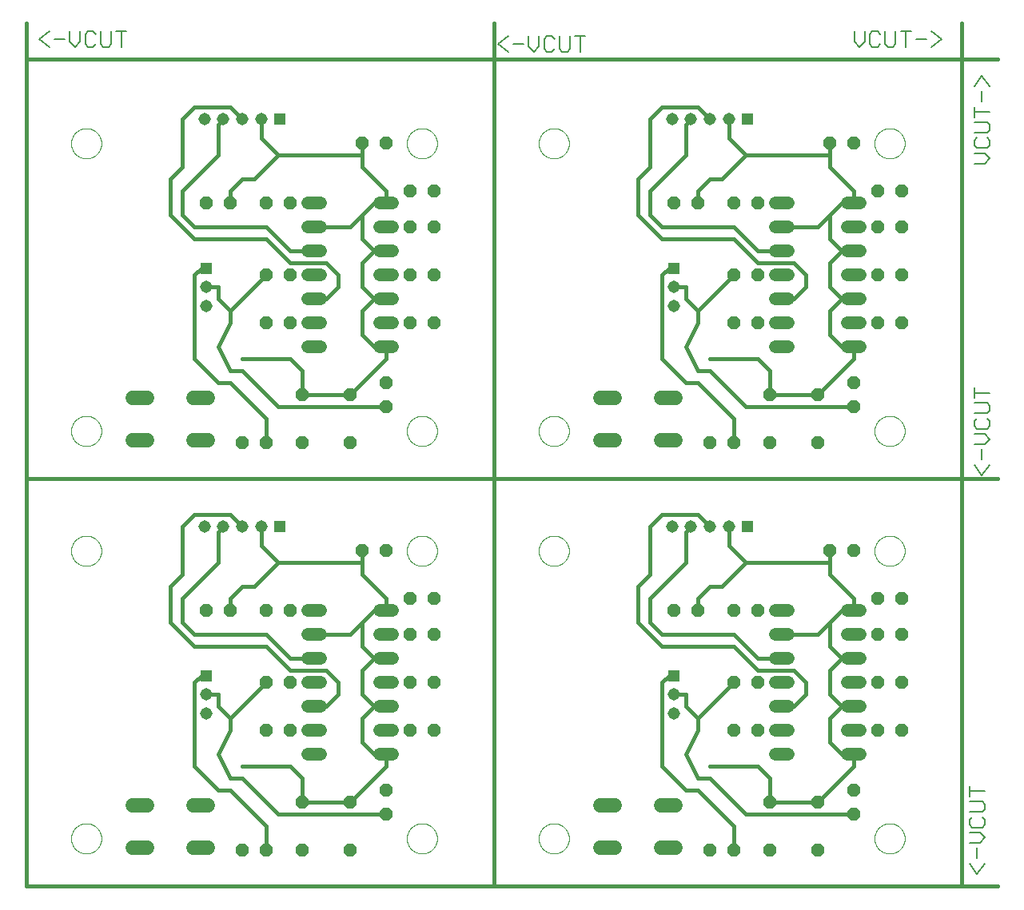
<source format=gbl>
G75*
%MOIN*%
%OFA0B0*%
%FSLAX25Y25*%
%IPPOS*%
%LPD*%
%AMOC8*
5,1,8,0,0,1.08239X$1,22.5*
%
%ADD10C,0.00000*%
%ADD11C,0.01600*%
%ADD12C,0.00600*%
%ADD13OC8,0.05200*%
%ADD14C,0.05200*%
%ADD15C,0.06000*%
%ADD16R,0.05150X0.05150*%
%ADD17C,0.05150*%
D10*
X0020501Y0021800D02*
X0020503Y0021958D01*
X0020509Y0022116D01*
X0020519Y0022274D01*
X0020533Y0022432D01*
X0020551Y0022589D01*
X0020572Y0022746D01*
X0020598Y0022902D01*
X0020628Y0023058D01*
X0020661Y0023213D01*
X0020699Y0023366D01*
X0020740Y0023519D01*
X0020785Y0023671D01*
X0020834Y0023822D01*
X0020887Y0023971D01*
X0020943Y0024119D01*
X0021003Y0024265D01*
X0021067Y0024410D01*
X0021135Y0024553D01*
X0021206Y0024695D01*
X0021280Y0024835D01*
X0021358Y0024972D01*
X0021440Y0025108D01*
X0021524Y0025242D01*
X0021613Y0025373D01*
X0021704Y0025502D01*
X0021799Y0025629D01*
X0021896Y0025754D01*
X0021997Y0025876D01*
X0022101Y0025995D01*
X0022208Y0026112D01*
X0022318Y0026226D01*
X0022431Y0026337D01*
X0022546Y0026446D01*
X0022664Y0026551D01*
X0022785Y0026653D01*
X0022908Y0026753D01*
X0023034Y0026849D01*
X0023162Y0026942D01*
X0023292Y0027032D01*
X0023425Y0027118D01*
X0023560Y0027202D01*
X0023696Y0027281D01*
X0023835Y0027358D01*
X0023976Y0027430D01*
X0024118Y0027500D01*
X0024262Y0027565D01*
X0024408Y0027627D01*
X0024555Y0027685D01*
X0024704Y0027740D01*
X0024854Y0027791D01*
X0025005Y0027838D01*
X0025157Y0027881D01*
X0025310Y0027920D01*
X0025465Y0027956D01*
X0025620Y0027987D01*
X0025776Y0028015D01*
X0025932Y0028039D01*
X0026089Y0028059D01*
X0026247Y0028075D01*
X0026404Y0028087D01*
X0026563Y0028095D01*
X0026721Y0028099D01*
X0026879Y0028099D01*
X0027037Y0028095D01*
X0027196Y0028087D01*
X0027353Y0028075D01*
X0027511Y0028059D01*
X0027668Y0028039D01*
X0027824Y0028015D01*
X0027980Y0027987D01*
X0028135Y0027956D01*
X0028290Y0027920D01*
X0028443Y0027881D01*
X0028595Y0027838D01*
X0028746Y0027791D01*
X0028896Y0027740D01*
X0029045Y0027685D01*
X0029192Y0027627D01*
X0029338Y0027565D01*
X0029482Y0027500D01*
X0029624Y0027430D01*
X0029765Y0027358D01*
X0029904Y0027281D01*
X0030040Y0027202D01*
X0030175Y0027118D01*
X0030308Y0027032D01*
X0030438Y0026942D01*
X0030566Y0026849D01*
X0030692Y0026753D01*
X0030815Y0026653D01*
X0030936Y0026551D01*
X0031054Y0026446D01*
X0031169Y0026337D01*
X0031282Y0026226D01*
X0031392Y0026112D01*
X0031499Y0025995D01*
X0031603Y0025876D01*
X0031704Y0025754D01*
X0031801Y0025629D01*
X0031896Y0025502D01*
X0031987Y0025373D01*
X0032076Y0025242D01*
X0032160Y0025108D01*
X0032242Y0024972D01*
X0032320Y0024835D01*
X0032394Y0024695D01*
X0032465Y0024553D01*
X0032533Y0024410D01*
X0032597Y0024265D01*
X0032657Y0024119D01*
X0032713Y0023971D01*
X0032766Y0023822D01*
X0032815Y0023671D01*
X0032860Y0023519D01*
X0032901Y0023366D01*
X0032939Y0023213D01*
X0032972Y0023058D01*
X0033002Y0022902D01*
X0033028Y0022746D01*
X0033049Y0022589D01*
X0033067Y0022432D01*
X0033081Y0022274D01*
X0033091Y0022116D01*
X0033097Y0021958D01*
X0033099Y0021800D01*
X0033097Y0021642D01*
X0033091Y0021484D01*
X0033081Y0021326D01*
X0033067Y0021168D01*
X0033049Y0021011D01*
X0033028Y0020854D01*
X0033002Y0020698D01*
X0032972Y0020542D01*
X0032939Y0020387D01*
X0032901Y0020234D01*
X0032860Y0020081D01*
X0032815Y0019929D01*
X0032766Y0019778D01*
X0032713Y0019629D01*
X0032657Y0019481D01*
X0032597Y0019335D01*
X0032533Y0019190D01*
X0032465Y0019047D01*
X0032394Y0018905D01*
X0032320Y0018765D01*
X0032242Y0018628D01*
X0032160Y0018492D01*
X0032076Y0018358D01*
X0031987Y0018227D01*
X0031896Y0018098D01*
X0031801Y0017971D01*
X0031704Y0017846D01*
X0031603Y0017724D01*
X0031499Y0017605D01*
X0031392Y0017488D01*
X0031282Y0017374D01*
X0031169Y0017263D01*
X0031054Y0017154D01*
X0030936Y0017049D01*
X0030815Y0016947D01*
X0030692Y0016847D01*
X0030566Y0016751D01*
X0030438Y0016658D01*
X0030308Y0016568D01*
X0030175Y0016482D01*
X0030040Y0016398D01*
X0029904Y0016319D01*
X0029765Y0016242D01*
X0029624Y0016170D01*
X0029482Y0016100D01*
X0029338Y0016035D01*
X0029192Y0015973D01*
X0029045Y0015915D01*
X0028896Y0015860D01*
X0028746Y0015809D01*
X0028595Y0015762D01*
X0028443Y0015719D01*
X0028290Y0015680D01*
X0028135Y0015644D01*
X0027980Y0015613D01*
X0027824Y0015585D01*
X0027668Y0015561D01*
X0027511Y0015541D01*
X0027353Y0015525D01*
X0027196Y0015513D01*
X0027037Y0015505D01*
X0026879Y0015501D01*
X0026721Y0015501D01*
X0026563Y0015505D01*
X0026404Y0015513D01*
X0026247Y0015525D01*
X0026089Y0015541D01*
X0025932Y0015561D01*
X0025776Y0015585D01*
X0025620Y0015613D01*
X0025465Y0015644D01*
X0025310Y0015680D01*
X0025157Y0015719D01*
X0025005Y0015762D01*
X0024854Y0015809D01*
X0024704Y0015860D01*
X0024555Y0015915D01*
X0024408Y0015973D01*
X0024262Y0016035D01*
X0024118Y0016100D01*
X0023976Y0016170D01*
X0023835Y0016242D01*
X0023696Y0016319D01*
X0023560Y0016398D01*
X0023425Y0016482D01*
X0023292Y0016568D01*
X0023162Y0016658D01*
X0023034Y0016751D01*
X0022908Y0016847D01*
X0022785Y0016947D01*
X0022664Y0017049D01*
X0022546Y0017154D01*
X0022431Y0017263D01*
X0022318Y0017374D01*
X0022208Y0017488D01*
X0022101Y0017605D01*
X0021997Y0017724D01*
X0021896Y0017846D01*
X0021799Y0017971D01*
X0021704Y0018098D01*
X0021613Y0018227D01*
X0021524Y0018358D01*
X0021440Y0018492D01*
X0021358Y0018628D01*
X0021280Y0018765D01*
X0021206Y0018905D01*
X0021135Y0019047D01*
X0021067Y0019190D01*
X0021003Y0019335D01*
X0020943Y0019481D01*
X0020887Y0019629D01*
X0020834Y0019778D01*
X0020785Y0019929D01*
X0020740Y0020081D01*
X0020699Y0020234D01*
X0020661Y0020387D01*
X0020628Y0020542D01*
X0020598Y0020698D01*
X0020572Y0020854D01*
X0020551Y0021011D01*
X0020533Y0021168D01*
X0020519Y0021326D01*
X0020509Y0021484D01*
X0020503Y0021642D01*
X0020501Y0021800D01*
X0020501Y0141800D02*
X0020503Y0141958D01*
X0020509Y0142116D01*
X0020519Y0142274D01*
X0020533Y0142432D01*
X0020551Y0142589D01*
X0020572Y0142746D01*
X0020598Y0142902D01*
X0020628Y0143058D01*
X0020661Y0143213D01*
X0020699Y0143366D01*
X0020740Y0143519D01*
X0020785Y0143671D01*
X0020834Y0143822D01*
X0020887Y0143971D01*
X0020943Y0144119D01*
X0021003Y0144265D01*
X0021067Y0144410D01*
X0021135Y0144553D01*
X0021206Y0144695D01*
X0021280Y0144835D01*
X0021358Y0144972D01*
X0021440Y0145108D01*
X0021524Y0145242D01*
X0021613Y0145373D01*
X0021704Y0145502D01*
X0021799Y0145629D01*
X0021896Y0145754D01*
X0021997Y0145876D01*
X0022101Y0145995D01*
X0022208Y0146112D01*
X0022318Y0146226D01*
X0022431Y0146337D01*
X0022546Y0146446D01*
X0022664Y0146551D01*
X0022785Y0146653D01*
X0022908Y0146753D01*
X0023034Y0146849D01*
X0023162Y0146942D01*
X0023292Y0147032D01*
X0023425Y0147118D01*
X0023560Y0147202D01*
X0023696Y0147281D01*
X0023835Y0147358D01*
X0023976Y0147430D01*
X0024118Y0147500D01*
X0024262Y0147565D01*
X0024408Y0147627D01*
X0024555Y0147685D01*
X0024704Y0147740D01*
X0024854Y0147791D01*
X0025005Y0147838D01*
X0025157Y0147881D01*
X0025310Y0147920D01*
X0025465Y0147956D01*
X0025620Y0147987D01*
X0025776Y0148015D01*
X0025932Y0148039D01*
X0026089Y0148059D01*
X0026247Y0148075D01*
X0026404Y0148087D01*
X0026563Y0148095D01*
X0026721Y0148099D01*
X0026879Y0148099D01*
X0027037Y0148095D01*
X0027196Y0148087D01*
X0027353Y0148075D01*
X0027511Y0148059D01*
X0027668Y0148039D01*
X0027824Y0148015D01*
X0027980Y0147987D01*
X0028135Y0147956D01*
X0028290Y0147920D01*
X0028443Y0147881D01*
X0028595Y0147838D01*
X0028746Y0147791D01*
X0028896Y0147740D01*
X0029045Y0147685D01*
X0029192Y0147627D01*
X0029338Y0147565D01*
X0029482Y0147500D01*
X0029624Y0147430D01*
X0029765Y0147358D01*
X0029904Y0147281D01*
X0030040Y0147202D01*
X0030175Y0147118D01*
X0030308Y0147032D01*
X0030438Y0146942D01*
X0030566Y0146849D01*
X0030692Y0146753D01*
X0030815Y0146653D01*
X0030936Y0146551D01*
X0031054Y0146446D01*
X0031169Y0146337D01*
X0031282Y0146226D01*
X0031392Y0146112D01*
X0031499Y0145995D01*
X0031603Y0145876D01*
X0031704Y0145754D01*
X0031801Y0145629D01*
X0031896Y0145502D01*
X0031987Y0145373D01*
X0032076Y0145242D01*
X0032160Y0145108D01*
X0032242Y0144972D01*
X0032320Y0144835D01*
X0032394Y0144695D01*
X0032465Y0144553D01*
X0032533Y0144410D01*
X0032597Y0144265D01*
X0032657Y0144119D01*
X0032713Y0143971D01*
X0032766Y0143822D01*
X0032815Y0143671D01*
X0032860Y0143519D01*
X0032901Y0143366D01*
X0032939Y0143213D01*
X0032972Y0143058D01*
X0033002Y0142902D01*
X0033028Y0142746D01*
X0033049Y0142589D01*
X0033067Y0142432D01*
X0033081Y0142274D01*
X0033091Y0142116D01*
X0033097Y0141958D01*
X0033099Y0141800D01*
X0033097Y0141642D01*
X0033091Y0141484D01*
X0033081Y0141326D01*
X0033067Y0141168D01*
X0033049Y0141011D01*
X0033028Y0140854D01*
X0033002Y0140698D01*
X0032972Y0140542D01*
X0032939Y0140387D01*
X0032901Y0140234D01*
X0032860Y0140081D01*
X0032815Y0139929D01*
X0032766Y0139778D01*
X0032713Y0139629D01*
X0032657Y0139481D01*
X0032597Y0139335D01*
X0032533Y0139190D01*
X0032465Y0139047D01*
X0032394Y0138905D01*
X0032320Y0138765D01*
X0032242Y0138628D01*
X0032160Y0138492D01*
X0032076Y0138358D01*
X0031987Y0138227D01*
X0031896Y0138098D01*
X0031801Y0137971D01*
X0031704Y0137846D01*
X0031603Y0137724D01*
X0031499Y0137605D01*
X0031392Y0137488D01*
X0031282Y0137374D01*
X0031169Y0137263D01*
X0031054Y0137154D01*
X0030936Y0137049D01*
X0030815Y0136947D01*
X0030692Y0136847D01*
X0030566Y0136751D01*
X0030438Y0136658D01*
X0030308Y0136568D01*
X0030175Y0136482D01*
X0030040Y0136398D01*
X0029904Y0136319D01*
X0029765Y0136242D01*
X0029624Y0136170D01*
X0029482Y0136100D01*
X0029338Y0136035D01*
X0029192Y0135973D01*
X0029045Y0135915D01*
X0028896Y0135860D01*
X0028746Y0135809D01*
X0028595Y0135762D01*
X0028443Y0135719D01*
X0028290Y0135680D01*
X0028135Y0135644D01*
X0027980Y0135613D01*
X0027824Y0135585D01*
X0027668Y0135561D01*
X0027511Y0135541D01*
X0027353Y0135525D01*
X0027196Y0135513D01*
X0027037Y0135505D01*
X0026879Y0135501D01*
X0026721Y0135501D01*
X0026563Y0135505D01*
X0026404Y0135513D01*
X0026247Y0135525D01*
X0026089Y0135541D01*
X0025932Y0135561D01*
X0025776Y0135585D01*
X0025620Y0135613D01*
X0025465Y0135644D01*
X0025310Y0135680D01*
X0025157Y0135719D01*
X0025005Y0135762D01*
X0024854Y0135809D01*
X0024704Y0135860D01*
X0024555Y0135915D01*
X0024408Y0135973D01*
X0024262Y0136035D01*
X0024118Y0136100D01*
X0023976Y0136170D01*
X0023835Y0136242D01*
X0023696Y0136319D01*
X0023560Y0136398D01*
X0023425Y0136482D01*
X0023292Y0136568D01*
X0023162Y0136658D01*
X0023034Y0136751D01*
X0022908Y0136847D01*
X0022785Y0136947D01*
X0022664Y0137049D01*
X0022546Y0137154D01*
X0022431Y0137263D01*
X0022318Y0137374D01*
X0022208Y0137488D01*
X0022101Y0137605D01*
X0021997Y0137724D01*
X0021896Y0137846D01*
X0021799Y0137971D01*
X0021704Y0138098D01*
X0021613Y0138227D01*
X0021524Y0138358D01*
X0021440Y0138492D01*
X0021358Y0138628D01*
X0021280Y0138765D01*
X0021206Y0138905D01*
X0021135Y0139047D01*
X0021067Y0139190D01*
X0021003Y0139335D01*
X0020943Y0139481D01*
X0020887Y0139629D01*
X0020834Y0139778D01*
X0020785Y0139929D01*
X0020740Y0140081D01*
X0020699Y0140234D01*
X0020661Y0140387D01*
X0020628Y0140542D01*
X0020598Y0140698D01*
X0020572Y0140854D01*
X0020551Y0141011D01*
X0020533Y0141168D01*
X0020519Y0141326D01*
X0020509Y0141484D01*
X0020503Y0141642D01*
X0020501Y0141800D01*
X0001800Y0171761D02*
X0195501Y0171761D01*
X0196800Y0171761D02*
X0390501Y0171761D01*
X0355501Y0191800D02*
X0355503Y0191958D01*
X0355509Y0192116D01*
X0355519Y0192274D01*
X0355533Y0192432D01*
X0355551Y0192589D01*
X0355572Y0192746D01*
X0355598Y0192902D01*
X0355628Y0193058D01*
X0355661Y0193213D01*
X0355699Y0193366D01*
X0355740Y0193519D01*
X0355785Y0193671D01*
X0355834Y0193822D01*
X0355887Y0193971D01*
X0355943Y0194119D01*
X0356003Y0194265D01*
X0356067Y0194410D01*
X0356135Y0194553D01*
X0356206Y0194695D01*
X0356280Y0194835D01*
X0356358Y0194972D01*
X0356440Y0195108D01*
X0356524Y0195242D01*
X0356613Y0195373D01*
X0356704Y0195502D01*
X0356799Y0195629D01*
X0356896Y0195754D01*
X0356997Y0195876D01*
X0357101Y0195995D01*
X0357208Y0196112D01*
X0357318Y0196226D01*
X0357431Y0196337D01*
X0357546Y0196446D01*
X0357664Y0196551D01*
X0357785Y0196653D01*
X0357908Y0196753D01*
X0358034Y0196849D01*
X0358162Y0196942D01*
X0358292Y0197032D01*
X0358425Y0197118D01*
X0358560Y0197202D01*
X0358696Y0197281D01*
X0358835Y0197358D01*
X0358976Y0197430D01*
X0359118Y0197500D01*
X0359262Y0197565D01*
X0359408Y0197627D01*
X0359555Y0197685D01*
X0359704Y0197740D01*
X0359854Y0197791D01*
X0360005Y0197838D01*
X0360157Y0197881D01*
X0360310Y0197920D01*
X0360465Y0197956D01*
X0360620Y0197987D01*
X0360776Y0198015D01*
X0360932Y0198039D01*
X0361089Y0198059D01*
X0361247Y0198075D01*
X0361404Y0198087D01*
X0361563Y0198095D01*
X0361721Y0198099D01*
X0361879Y0198099D01*
X0362037Y0198095D01*
X0362196Y0198087D01*
X0362353Y0198075D01*
X0362511Y0198059D01*
X0362668Y0198039D01*
X0362824Y0198015D01*
X0362980Y0197987D01*
X0363135Y0197956D01*
X0363290Y0197920D01*
X0363443Y0197881D01*
X0363595Y0197838D01*
X0363746Y0197791D01*
X0363896Y0197740D01*
X0364045Y0197685D01*
X0364192Y0197627D01*
X0364338Y0197565D01*
X0364482Y0197500D01*
X0364624Y0197430D01*
X0364765Y0197358D01*
X0364904Y0197281D01*
X0365040Y0197202D01*
X0365175Y0197118D01*
X0365308Y0197032D01*
X0365438Y0196942D01*
X0365566Y0196849D01*
X0365692Y0196753D01*
X0365815Y0196653D01*
X0365936Y0196551D01*
X0366054Y0196446D01*
X0366169Y0196337D01*
X0366282Y0196226D01*
X0366392Y0196112D01*
X0366499Y0195995D01*
X0366603Y0195876D01*
X0366704Y0195754D01*
X0366801Y0195629D01*
X0366896Y0195502D01*
X0366987Y0195373D01*
X0367076Y0195242D01*
X0367160Y0195108D01*
X0367242Y0194972D01*
X0367320Y0194835D01*
X0367394Y0194695D01*
X0367465Y0194553D01*
X0367533Y0194410D01*
X0367597Y0194265D01*
X0367657Y0194119D01*
X0367713Y0193971D01*
X0367766Y0193822D01*
X0367815Y0193671D01*
X0367860Y0193519D01*
X0367901Y0193366D01*
X0367939Y0193213D01*
X0367972Y0193058D01*
X0368002Y0192902D01*
X0368028Y0192746D01*
X0368049Y0192589D01*
X0368067Y0192432D01*
X0368081Y0192274D01*
X0368091Y0192116D01*
X0368097Y0191958D01*
X0368099Y0191800D01*
X0368097Y0191642D01*
X0368091Y0191484D01*
X0368081Y0191326D01*
X0368067Y0191168D01*
X0368049Y0191011D01*
X0368028Y0190854D01*
X0368002Y0190698D01*
X0367972Y0190542D01*
X0367939Y0190387D01*
X0367901Y0190234D01*
X0367860Y0190081D01*
X0367815Y0189929D01*
X0367766Y0189778D01*
X0367713Y0189629D01*
X0367657Y0189481D01*
X0367597Y0189335D01*
X0367533Y0189190D01*
X0367465Y0189047D01*
X0367394Y0188905D01*
X0367320Y0188765D01*
X0367242Y0188628D01*
X0367160Y0188492D01*
X0367076Y0188358D01*
X0366987Y0188227D01*
X0366896Y0188098D01*
X0366801Y0187971D01*
X0366704Y0187846D01*
X0366603Y0187724D01*
X0366499Y0187605D01*
X0366392Y0187488D01*
X0366282Y0187374D01*
X0366169Y0187263D01*
X0366054Y0187154D01*
X0365936Y0187049D01*
X0365815Y0186947D01*
X0365692Y0186847D01*
X0365566Y0186751D01*
X0365438Y0186658D01*
X0365308Y0186568D01*
X0365175Y0186482D01*
X0365040Y0186398D01*
X0364904Y0186319D01*
X0364765Y0186242D01*
X0364624Y0186170D01*
X0364482Y0186100D01*
X0364338Y0186035D01*
X0364192Y0185973D01*
X0364045Y0185915D01*
X0363896Y0185860D01*
X0363746Y0185809D01*
X0363595Y0185762D01*
X0363443Y0185719D01*
X0363290Y0185680D01*
X0363135Y0185644D01*
X0362980Y0185613D01*
X0362824Y0185585D01*
X0362668Y0185561D01*
X0362511Y0185541D01*
X0362353Y0185525D01*
X0362196Y0185513D01*
X0362037Y0185505D01*
X0361879Y0185501D01*
X0361721Y0185501D01*
X0361563Y0185505D01*
X0361404Y0185513D01*
X0361247Y0185525D01*
X0361089Y0185541D01*
X0360932Y0185561D01*
X0360776Y0185585D01*
X0360620Y0185613D01*
X0360465Y0185644D01*
X0360310Y0185680D01*
X0360157Y0185719D01*
X0360005Y0185762D01*
X0359854Y0185809D01*
X0359704Y0185860D01*
X0359555Y0185915D01*
X0359408Y0185973D01*
X0359262Y0186035D01*
X0359118Y0186100D01*
X0358976Y0186170D01*
X0358835Y0186242D01*
X0358696Y0186319D01*
X0358560Y0186398D01*
X0358425Y0186482D01*
X0358292Y0186568D01*
X0358162Y0186658D01*
X0358034Y0186751D01*
X0357908Y0186847D01*
X0357785Y0186947D01*
X0357664Y0187049D01*
X0357546Y0187154D01*
X0357431Y0187263D01*
X0357318Y0187374D01*
X0357208Y0187488D01*
X0357101Y0187605D01*
X0356997Y0187724D01*
X0356896Y0187846D01*
X0356799Y0187971D01*
X0356704Y0188098D01*
X0356613Y0188227D01*
X0356524Y0188358D01*
X0356440Y0188492D01*
X0356358Y0188628D01*
X0356280Y0188765D01*
X0356206Y0188905D01*
X0356135Y0189047D01*
X0356067Y0189190D01*
X0356003Y0189335D01*
X0355943Y0189481D01*
X0355887Y0189629D01*
X0355834Y0189778D01*
X0355785Y0189929D01*
X0355740Y0190081D01*
X0355699Y0190234D01*
X0355661Y0190387D01*
X0355628Y0190542D01*
X0355598Y0190698D01*
X0355572Y0190854D01*
X0355551Y0191011D01*
X0355533Y0191168D01*
X0355519Y0191326D01*
X0355509Y0191484D01*
X0355503Y0191642D01*
X0355501Y0191800D01*
X0355501Y0141800D02*
X0355503Y0141958D01*
X0355509Y0142116D01*
X0355519Y0142274D01*
X0355533Y0142432D01*
X0355551Y0142589D01*
X0355572Y0142746D01*
X0355598Y0142902D01*
X0355628Y0143058D01*
X0355661Y0143213D01*
X0355699Y0143366D01*
X0355740Y0143519D01*
X0355785Y0143671D01*
X0355834Y0143822D01*
X0355887Y0143971D01*
X0355943Y0144119D01*
X0356003Y0144265D01*
X0356067Y0144410D01*
X0356135Y0144553D01*
X0356206Y0144695D01*
X0356280Y0144835D01*
X0356358Y0144972D01*
X0356440Y0145108D01*
X0356524Y0145242D01*
X0356613Y0145373D01*
X0356704Y0145502D01*
X0356799Y0145629D01*
X0356896Y0145754D01*
X0356997Y0145876D01*
X0357101Y0145995D01*
X0357208Y0146112D01*
X0357318Y0146226D01*
X0357431Y0146337D01*
X0357546Y0146446D01*
X0357664Y0146551D01*
X0357785Y0146653D01*
X0357908Y0146753D01*
X0358034Y0146849D01*
X0358162Y0146942D01*
X0358292Y0147032D01*
X0358425Y0147118D01*
X0358560Y0147202D01*
X0358696Y0147281D01*
X0358835Y0147358D01*
X0358976Y0147430D01*
X0359118Y0147500D01*
X0359262Y0147565D01*
X0359408Y0147627D01*
X0359555Y0147685D01*
X0359704Y0147740D01*
X0359854Y0147791D01*
X0360005Y0147838D01*
X0360157Y0147881D01*
X0360310Y0147920D01*
X0360465Y0147956D01*
X0360620Y0147987D01*
X0360776Y0148015D01*
X0360932Y0148039D01*
X0361089Y0148059D01*
X0361247Y0148075D01*
X0361404Y0148087D01*
X0361563Y0148095D01*
X0361721Y0148099D01*
X0361879Y0148099D01*
X0362037Y0148095D01*
X0362196Y0148087D01*
X0362353Y0148075D01*
X0362511Y0148059D01*
X0362668Y0148039D01*
X0362824Y0148015D01*
X0362980Y0147987D01*
X0363135Y0147956D01*
X0363290Y0147920D01*
X0363443Y0147881D01*
X0363595Y0147838D01*
X0363746Y0147791D01*
X0363896Y0147740D01*
X0364045Y0147685D01*
X0364192Y0147627D01*
X0364338Y0147565D01*
X0364482Y0147500D01*
X0364624Y0147430D01*
X0364765Y0147358D01*
X0364904Y0147281D01*
X0365040Y0147202D01*
X0365175Y0147118D01*
X0365308Y0147032D01*
X0365438Y0146942D01*
X0365566Y0146849D01*
X0365692Y0146753D01*
X0365815Y0146653D01*
X0365936Y0146551D01*
X0366054Y0146446D01*
X0366169Y0146337D01*
X0366282Y0146226D01*
X0366392Y0146112D01*
X0366499Y0145995D01*
X0366603Y0145876D01*
X0366704Y0145754D01*
X0366801Y0145629D01*
X0366896Y0145502D01*
X0366987Y0145373D01*
X0367076Y0145242D01*
X0367160Y0145108D01*
X0367242Y0144972D01*
X0367320Y0144835D01*
X0367394Y0144695D01*
X0367465Y0144553D01*
X0367533Y0144410D01*
X0367597Y0144265D01*
X0367657Y0144119D01*
X0367713Y0143971D01*
X0367766Y0143822D01*
X0367815Y0143671D01*
X0367860Y0143519D01*
X0367901Y0143366D01*
X0367939Y0143213D01*
X0367972Y0143058D01*
X0368002Y0142902D01*
X0368028Y0142746D01*
X0368049Y0142589D01*
X0368067Y0142432D01*
X0368081Y0142274D01*
X0368091Y0142116D01*
X0368097Y0141958D01*
X0368099Y0141800D01*
X0368097Y0141642D01*
X0368091Y0141484D01*
X0368081Y0141326D01*
X0368067Y0141168D01*
X0368049Y0141011D01*
X0368028Y0140854D01*
X0368002Y0140698D01*
X0367972Y0140542D01*
X0367939Y0140387D01*
X0367901Y0140234D01*
X0367860Y0140081D01*
X0367815Y0139929D01*
X0367766Y0139778D01*
X0367713Y0139629D01*
X0367657Y0139481D01*
X0367597Y0139335D01*
X0367533Y0139190D01*
X0367465Y0139047D01*
X0367394Y0138905D01*
X0367320Y0138765D01*
X0367242Y0138628D01*
X0367160Y0138492D01*
X0367076Y0138358D01*
X0366987Y0138227D01*
X0366896Y0138098D01*
X0366801Y0137971D01*
X0366704Y0137846D01*
X0366603Y0137724D01*
X0366499Y0137605D01*
X0366392Y0137488D01*
X0366282Y0137374D01*
X0366169Y0137263D01*
X0366054Y0137154D01*
X0365936Y0137049D01*
X0365815Y0136947D01*
X0365692Y0136847D01*
X0365566Y0136751D01*
X0365438Y0136658D01*
X0365308Y0136568D01*
X0365175Y0136482D01*
X0365040Y0136398D01*
X0364904Y0136319D01*
X0364765Y0136242D01*
X0364624Y0136170D01*
X0364482Y0136100D01*
X0364338Y0136035D01*
X0364192Y0135973D01*
X0364045Y0135915D01*
X0363896Y0135860D01*
X0363746Y0135809D01*
X0363595Y0135762D01*
X0363443Y0135719D01*
X0363290Y0135680D01*
X0363135Y0135644D01*
X0362980Y0135613D01*
X0362824Y0135585D01*
X0362668Y0135561D01*
X0362511Y0135541D01*
X0362353Y0135525D01*
X0362196Y0135513D01*
X0362037Y0135505D01*
X0361879Y0135501D01*
X0361721Y0135501D01*
X0361563Y0135505D01*
X0361404Y0135513D01*
X0361247Y0135525D01*
X0361089Y0135541D01*
X0360932Y0135561D01*
X0360776Y0135585D01*
X0360620Y0135613D01*
X0360465Y0135644D01*
X0360310Y0135680D01*
X0360157Y0135719D01*
X0360005Y0135762D01*
X0359854Y0135809D01*
X0359704Y0135860D01*
X0359555Y0135915D01*
X0359408Y0135973D01*
X0359262Y0136035D01*
X0359118Y0136100D01*
X0358976Y0136170D01*
X0358835Y0136242D01*
X0358696Y0136319D01*
X0358560Y0136398D01*
X0358425Y0136482D01*
X0358292Y0136568D01*
X0358162Y0136658D01*
X0358034Y0136751D01*
X0357908Y0136847D01*
X0357785Y0136947D01*
X0357664Y0137049D01*
X0357546Y0137154D01*
X0357431Y0137263D01*
X0357318Y0137374D01*
X0357208Y0137488D01*
X0357101Y0137605D01*
X0356997Y0137724D01*
X0356896Y0137846D01*
X0356799Y0137971D01*
X0356704Y0138098D01*
X0356613Y0138227D01*
X0356524Y0138358D01*
X0356440Y0138492D01*
X0356358Y0138628D01*
X0356280Y0138765D01*
X0356206Y0138905D01*
X0356135Y0139047D01*
X0356067Y0139190D01*
X0356003Y0139335D01*
X0355943Y0139481D01*
X0355887Y0139629D01*
X0355834Y0139778D01*
X0355785Y0139929D01*
X0355740Y0140081D01*
X0355699Y0140234D01*
X0355661Y0140387D01*
X0355628Y0140542D01*
X0355598Y0140698D01*
X0355572Y0140854D01*
X0355551Y0141011D01*
X0355533Y0141168D01*
X0355519Y0141326D01*
X0355509Y0141484D01*
X0355503Y0141642D01*
X0355501Y0141800D01*
X0355501Y0021800D02*
X0355503Y0021958D01*
X0355509Y0022116D01*
X0355519Y0022274D01*
X0355533Y0022432D01*
X0355551Y0022589D01*
X0355572Y0022746D01*
X0355598Y0022902D01*
X0355628Y0023058D01*
X0355661Y0023213D01*
X0355699Y0023366D01*
X0355740Y0023519D01*
X0355785Y0023671D01*
X0355834Y0023822D01*
X0355887Y0023971D01*
X0355943Y0024119D01*
X0356003Y0024265D01*
X0356067Y0024410D01*
X0356135Y0024553D01*
X0356206Y0024695D01*
X0356280Y0024835D01*
X0356358Y0024972D01*
X0356440Y0025108D01*
X0356524Y0025242D01*
X0356613Y0025373D01*
X0356704Y0025502D01*
X0356799Y0025629D01*
X0356896Y0025754D01*
X0356997Y0025876D01*
X0357101Y0025995D01*
X0357208Y0026112D01*
X0357318Y0026226D01*
X0357431Y0026337D01*
X0357546Y0026446D01*
X0357664Y0026551D01*
X0357785Y0026653D01*
X0357908Y0026753D01*
X0358034Y0026849D01*
X0358162Y0026942D01*
X0358292Y0027032D01*
X0358425Y0027118D01*
X0358560Y0027202D01*
X0358696Y0027281D01*
X0358835Y0027358D01*
X0358976Y0027430D01*
X0359118Y0027500D01*
X0359262Y0027565D01*
X0359408Y0027627D01*
X0359555Y0027685D01*
X0359704Y0027740D01*
X0359854Y0027791D01*
X0360005Y0027838D01*
X0360157Y0027881D01*
X0360310Y0027920D01*
X0360465Y0027956D01*
X0360620Y0027987D01*
X0360776Y0028015D01*
X0360932Y0028039D01*
X0361089Y0028059D01*
X0361247Y0028075D01*
X0361404Y0028087D01*
X0361563Y0028095D01*
X0361721Y0028099D01*
X0361879Y0028099D01*
X0362037Y0028095D01*
X0362196Y0028087D01*
X0362353Y0028075D01*
X0362511Y0028059D01*
X0362668Y0028039D01*
X0362824Y0028015D01*
X0362980Y0027987D01*
X0363135Y0027956D01*
X0363290Y0027920D01*
X0363443Y0027881D01*
X0363595Y0027838D01*
X0363746Y0027791D01*
X0363896Y0027740D01*
X0364045Y0027685D01*
X0364192Y0027627D01*
X0364338Y0027565D01*
X0364482Y0027500D01*
X0364624Y0027430D01*
X0364765Y0027358D01*
X0364904Y0027281D01*
X0365040Y0027202D01*
X0365175Y0027118D01*
X0365308Y0027032D01*
X0365438Y0026942D01*
X0365566Y0026849D01*
X0365692Y0026753D01*
X0365815Y0026653D01*
X0365936Y0026551D01*
X0366054Y0026446D01*
X0366169Y0026337D01*
X0366282Y0026226D01*
X0366392Y0026112D01*
X0366499Y0025995D01*
X0366603Y0025876D01*
X0366704Y0025754D01*
X0366801Y0025629D01*
X0366896Y0025502D01*
X0366987Y0025373D01*
X0367076Y0025242D01*
X0367160Y0025108D01*
X0367242Y0024972D01*
X0367320Y0024835D01*
X0367394Y0024695D01*
X0367465Y0024553D01*
X0367533Y0024410D01*
X0367597Y0024265D01*
X0367657Y0024119D01*
X0367713Y0023971D01*
X0367766Y0023822D01*
X0367815Y0023671D01*
X0367860Y0023519D01*
X0367901Y0023366D01*
X0367939Y0023213D01*
X0367972Y0023058D01*
X0368002Y0022902D01*
X0368028Y0022746D01*
X0368049Y0022589D01*
X0368067Y0022432D01*
X0368081Y0022274D01*
X0368091Y0022116D01*
X0368097Y0021958D01*
X0368099Y0021800D01*
X0368097Y0021642D01*
X0368091Y0021484D01*
X0368081Y0021326D01*
X0368067Y0021168D01*
X0368049Y0021011D01*
X0368028Y0020854D01*
X0368002Y0020698D01*
X0367972Y0020542D01*
X0367939Y0020387D01*
X0367901Y0020234D01*
X0367860Y0020081D01*
X0367815Y0019929D01*
X0367766Y0019778D01*
X0367713Y0019629D01*
X0367657Y0019481D01*
X0367597Y0019335D01*
X0367533Y0019190D01*
X0367465Y0019047D01*
X0367394Y0018905D01*
X0367320Y0018765D01*
X0367242Y0018628D01*
X0367160Y0018492D01*
X0367076Y0018358D01*
X0366987Y0018227D01*
X0366896Y0018098D01*
X0366801Y0017971D01*
X0366704Y0017846D01*
X0366603Y0017724D01*
X0366499Y0017605D01*
X0366392Y0017488D01*
X0366282Y0017374D01*
X0366169Y0017263D01*
X0366054Y0017154D01*
X0365936Y0017049D01*
X0365815Y0016947D01*
X0365692Y0016847D01*
X0365566Y0016751D01*
X0365438Y0016658D01*
X0365308Y0016568D01*
X0365175Y0016482D01*
X0365040Y0016398D01*
X0364904Y0016319D01*
X0364765Y0016242D01*
X0364624Y0016170D01*
X0364482Y0016100D01*
X0364338Y0016035D01*
X0364192Y0015973D01*
X0364045Y0015915D01*
X0363896Y0015860D01*
X0363746Y0015809D01*
X0363595Y0015762D01*
X0363443Y0015719D01*
X0363290Y0015680D01*
X0363135Y0015644D01*
X0362980Y0015613D01*
X0362824Y0015585D01*
X0362668Y0015561D01*
X0362511Y0015541D01*
X0362353Y0015525D01*
X0362196Y0015513D01*
X0362037Y0015505D01*
X0361879Y0015501D01*
X0361721Y0015501D01*
X0361563Y0015505D01*
X0361404Y0015513D01*
X0361247Y0015525D01*
X0361089Y0015541D01*
X0360932Y0015561D01*
X0360776Y0015585D01*
X0360620Y0015613D01*
X0360465Y0015644D01*
X0360310Y0015680D01*
X0360157Y0015719D01*
X0360005Y0015762D01*
X0359854Y0015809D01*
X0359704Y0015860D01*
X0359555Y0015915D01*
X0359408Y0015973D01*
X0359262Y0016035D01*
X0359118Y0016100D01*
X0358976Y0016170D01*
X0358835Y0016242D01*
X0358696Y0016319D01*
X0358560Y0016398D01*
X0358425Y0016482D01*
X0358292Y0016568D01*
X0358162Y0016658D01*
X0358034Y0016751D01*
X0357908Y0016847D01*
X0357785Y0016947D01*
X0357664Y0017049D01*
X0357546Y0017154D01*
X0357431Y0017263D01*
X0357318Y0017374D01*
X0357208Y0017488D01*
X0357101Y0017605D01*
X0356997Y0017724D01*
X0356896Y0017846D01*
X0356799Y0017971D01*
X0356704Y0018098D01*
X0356613Y0018227D01*
X0356524Y0018358D01*
X0356440Y0018492D01*
X0356358Y0018628D01*
X0356280Y0018765D01*
X0356206Y0018905D01*
X0356135Y0019047D01*
X0356067Y0019190D01*
X0356003Y0019335D01*
X0355943Y0019481D01*
X0355887Y0019629D01*
X0355834Y0019778D01*
X0355785Y0019929D01*
X0355740Y0020081D01*
X0355699Y0020234D01*
X0355661Y0020387D01*
X0355628Y0020542D01*
X0355598Y0020698D01*
X0355572Y0020854D01*
X0355551Y0021011D01*
X0355533Y0021168D01*
X0355519Y0021326D01*
X0355509Y0021484D01*
X0355503Y0021642D01*
X0355501Y0021800D01*
X0215501Y0021800D02*
X0215503Y0021958D01*
X0215509Y0022116D01*
X0215519Y0022274D01*
X0215533Y0022432D01*
X0215551Y0022589D01*
X0215572Y0022746D01*
X0215598Y0022902D01*
X0215628Y0023058D01*
X0215661Y0023213D01*
X0215699Y0023366D01*
X0215740Y0023519D01*
X0215785Y0023671D01*
X0215834Y0023822D01*
X0215887Y0023971D01*
X0215943Y0024119D01*
X0216003Y0024265D01*
X0216067Y0024410D01*
X0216135Y0024553D01*
X0216206Y0024695D01*
X0216280Y0024835D01*
X0216358Y0024972D01*
X0216440Y0025108D01*
X0216524Y0025242D01*
X0216613Y0025373D01*
X0216704Y0025502D01*
X0216799Y0025629D01*
X0216896Y0025754D01*
X0216997Y0025876D01*
X0217101Y0025995D01*
X0217208Y0026112D01*
X0217318Y0026226D01*
X0217431Y0026337D01*
X0217546Y0026446D01*
X0217664Y0026551D01*
X0217785Y0026653D01*
X0217908Y0026753D01*
X0218034Y0026849D01*
X0218162Y0026942D01*
X0218292Y0027032D01*
X0218425Y0027118D01*
X0218560Y0027202D01*
X0218696Y0027281D01*
X0218835Y0027358D01*
X0218976Y0027430D01*
X0219118Y0027500D01*
X0219262Y0027565D01*
X0219408Y0027627D01*
X0219555Y0027685D01*
X0219704Y0027740D01*
X0219854Y0027791D01*
X0220005Y0027838D01*
X0220157Y0027881D01*
X0220310Y0027920D01*
X0220465Y0027956D01*
X0220620Y0027987D01*
X0220776Y0028015D01*
X0220932Y0028039D01*
X0221089Y0028059D01*
X0221247Y0028075D01*
X0221404Y0028087D01*
X0221563Y0028095D01*
X0221721Y0028099D01*
X0221879Y0028099D01*
X0222037Y0028095D01*
X0222196Y0028087D01*
X0222353Y0028075D01*
X0222511Y0028059D01*
X0222668Y0028039D01*
X0222824Y0028015D01*
X0222980Y0027987D01*
X0223135Y0027956D01*
X0223290Y0027920D01*
X0223443Y0027881D01*
X0223595Y0027838D01*
X0223746Y0027791D01*
X0223896Y0027740D01*
X0224045Y0027685D01*
X0224192Y0027627D01*
X0224338Y0027565D01*
X0224482Y0027500D01*
X0224624Y0027430D01*
X0224765Y0027358D01*
X0224904Y0027281D01*
X0225040Y0027202D01*
X0225175Y0027118D01*
X0225308Y0027032D01*
X0225438Y0026942D01*
X0225566Y0026849D01*
X0225692Y0026753D01*
X0225815Y0026653D01*
X0225936Y0026551D01*
X0226054Y0026446D01*
X0226169Y0026337D01*
X0226282Y0026226D01*
X0226392Y0026112D01*
X0226499Y0025995D01*
X0226603Y0025876D01*
X0226704Y0025754D01*
X0226801Y0025629D01*
X0226896Y0025502D01*
X0226987Y0025373D01*
X0227076Y0025242D01*
X0227160Y0025108D01*
X0227242Y0024972D01*
X0227320Y0024835D01*
X0227394Y0024695D01*
X0227465Y0024553D01*
X0227533Y0024410D01*
X0227597Y0024265D01*
X0227657Y0024119D01*
X0227713Y0023971D01*
X0227766Y0023822D01*
X0227815Y0023671D01*
X0227860Y0023519D01*
X0227901Y0023366D01*
X0227939Y0023213D01*
X0227972Y0023058D01*
X0228002Y0022902D01*
X0228028Y0022746D01*
X0228049Y0022589D01*
X0228067Y0022432D01*
X0228081Y0022274D01*
X0228091Y0022116D01*
X0228097Y0021958D01*
X0228099Y0021800D01*
X0228097Y0021642D01*
X0228091Y0021484D01*
X0228081Y0021326D01*
X0228067Y0021168D01*
X0228049Y0021011D01*
X0228028Y0020854D01*
X0228002Y0020698D01*
X0227972Y0020542D01*
X0227939Y0020387D01*
X0227901Y0020234D01*
X0227860Y0020081D01*
X0227815Y0019929D01*
X0227766Y0019778D01*
X0227713Y0019629D01*
X0227657Y0019481D01*
X0227597Y0019335D01*
X0227533Y0019190D01*
X0227465Y0019047D01*
X0227394Y0018905D01*
X0227320Y0018765D01*
X0227242Y0018628D01*
X0227160Y0018492D01*
X0227076Y0018358D01*
X0226987Y0018227D01*
X0226896Y0018098D01*
X0226801Y0017971D01*
X0226704Y0017846D01*
X0226603Y0017724D01*
X0226499Y0017605D01*
X0226392Y0017488D01*
X0226282Y0017374D01*
X0226169Y0017263D01*
X0226054Y0017154D01*
X0225936Y0017049D01*
X0225815Y0016947D01*
X0225692Y0016847D01*
X0225566Y0016751D01*
X0225438Y0016658D01*
X0225308Y0016568D01*
X0225175Y0016482D01*
X0225040Y0016398D01*
X0224904Y0016319D01*
X0224765Y0016242D01*
X0224624Y0016170D01*
X0224482Y0016100D01*
X0224338Y0016035D01*
X0224192Y0015973D01*
X0224045Y0015915D01*
X0223896Y0015860D01*
X0223746Y0015809D01*
X0223595Y0015762D01*
X0223443Y0015719D01*
X0223290Y0015680D01*
X0223135Y0015644D01*
X0222980Y0015613D01*
X0222824Y0015585D01*
X0222668Y0015561D01*
X0222511Y0015541D01*
X0222353Y0015525D01*
X0222196Y0015513D01*
X0222037Y0015505D01*
X0221879Y0015501D01*
X0221721Y0015501D01*
X0221563Y0015505D01*
X0221404Y0015513D01*
X0221247Y0015525D01*
X0221089Y0015541D01*
X0220932Y0015561D01*
X0220776Y0015585D01*
X0220620Y0015613D01*
X0220465Y0015644D01*
X0220310Y0015680D01*
X0220157Y0015719D01*
X0220005Y0015762D01*
X0219854Y0015809D01*
X0219704Y0015860D01*
X0219555Y0015915D01*
X0219408Y0015973D01*
X0219262Y0016035D01*
X0219118Y0016100D01*
X0218976Y0016170D01*
X0218835Y0016242D01*
X0218696Y0016319D01*
X0218560Y0016398D01*
X0218425Y0016482D01*
X0218292Y0016568D01*
X0218162Y0016658D01*
X0218034Y0016751D01*
X0217908Y0016847D01*
X0217785Y0016947D01*
X0217664Y0017049D01*
X0217546Y0017154D01*
X0217431Y0017263D01*
X0217318Y0017374D01*
X0217208Y0017488D01*
X0217101Y0017605D01*
X0216997Y0017724D01*
X0216896Y0017846D01*
X0216799Y0017971D01*
X0216704Y0018098D01*
X0216613Y0018227D01*
X0216524Y0018358D01*
X0216440Y0018492D01*
X0216358Y0018628D01*
X0216280Y0018765D01*
X0216206Y0018905D01*
X0216135Y0019047D01*
X0216067Y0019190D01*
X0216003Y0019335D01*
X0215943Y0019481D01*
X0215887Y0019629D01*
X0215834Y0019778D01*
X0215785Y0019929D01*
X0215740Y0020081D01*
X0215699Y0020234D01*
X0215661Y0020387D01*
X0215628Y0020542D01*
X0215598Y0020698D01*
X0215572Y0020854D01*
X0215551Y0021011D01*
X0215533Y0021168D01*
X0215519Y0021326D01*
X0215509Y0021484D01*
X0215503Y0021642D01*
X0215501Y0021800D01*
X0160501Y0021800D02*
X0160503Y0021958D01*
X0160509Y0022116D01*
X0160519Y0022274D01*
X0160533Y0022432D01*
X0160551Y0022589D01*
X0160572Y0022746D01*
X0160598Y0022902D01*
X0160628Y0023058D01*
X0160661Y0023213D01*
X0160699Y0023366D01*
X0160740Y0023519D01*
X0160785Y0023671D01*
X0160834Y0023822D01*
X0160887Y0023971D01*
X0160943Y0024119D01*
X0161003Y0024265D01*
X0161067Y0024410D01*
X0161135Y0024553D01*
X0161206Y0024695D01*
X0161280Y0024835D01*
X0161358Y0024972D01*
X0161440Y0025108D01*
X0161524Y0025242D01*
X0161613Y0025373D01*
X0161704Y0025502D01*
X0161799Y0025629D01*
X0161896Y0025754D01*
X0161997Y0025876D01*
X0162101Y0025995D01*
X0162208Y0026112D01*
X0162318Y0026226D01*
X0162431Y0026337D01*
X0162546Y0026446D01*
X0162664Y0026551D01*
X0162785Y0026653D01*
X0162908Y0026753D01*
X0163034Y0026849D01*
X0163162Y0026942D01*
X0163292Y0027032D01*
X0163425Y0027118D01*
X0163560Y0027202D01*
X0163696Y0027281D01*
X0163835Y0027358D01*
X0163976Y0027430D01*
X0164118Y0027500D01*
X0164262Y0027565D01*
X0164408Y0027627D01*
X0164555Y0027685D01*
X0164704Y0027740D01*
X0164854Y0027791D01*
X0165005Y0027838D01*
X0165157Y0027881D01*
X0165310Y0027920D01*
X0165465Y0027956D01*
X0165620Y0027987D01*
X0165776Y0028015D01*
X0165932Y0028039D01*
X0166089Y0028059D01*
X0166247Y0028075D01*
X0166404Y0028087D01*
X0166563Y0028095D01*
X0166721Y0028099D01*
X0166879Y0028099D01*
X0167037Y0028095D01*
X0167196Y0028087D01*
X0167353Y0028075D01*
X0167511Y0028059D01*
X0167668Y0028039D01*
X0167824Y0028015D01*
X0167980Y0027987D01*
X0168135Y0027956D01*
X0168290Y0027920D01*
X0168443Y0027881D01*
X0168595Y0027838D01*
X0168746Y0027791D01*
X0168896Y0027740D01*
X0169045Y0027685D01*
X0169192Y0027627D01*
X0169338Y0027565D01*
X0169482Y0027500D01*
X0169624Y0027430D01*
X0169765Y0027358D01*
X0169904Y0027281D01*
X0170040Y0027202D01*
X0170175Y0027118D01*
X0170308Y0027032D01*
X0170438Y0026942D01*
X0170566Y0026849D01*
X0170692Y0026753D01*
X0170815Y0026653D01*
X0170936Y0026551D01*
X0171054Y0026446D01*
X0171169Y0026337D01*
X0171282Y0026226D01*
X0171392Y0026112D01*
X0171499Y0025995D01*
X0171603Y0025876D01*
X0171704Y0025754D01*
X0171801Y0025629D01*
X0171896Y0025502D01*
X0171987Y0025373D01*
X0172076Y0025242D01*
X0172160Y0025108D01*
X0172242Y0024972D01*
X0172320Y0024835D01*
X0172394Y0024695D01*
X0172465Y0024553D01*
X0172533Y0024410D01*
X0172597Y0024265D01*
X0172657Y0024119D01*
X0172713Y0023971D01*
X0172766Y0023822D01*
X0172815Y0023671D01*
X0172860Y0023519D01*
X0172901Y0023366D01*
X0172939Y0023213D01*
X0172972Y0023058D01*
X0173002Y0022902D01*
X0173028Y0022746D01*
X0173049Y0022589D01*
X0173067Y0022432D01*
X0173081Y0022274D01*
X0173091Y0022116D01*
X0173097Y0021958D01*
X0173099Y0021800D01*
X0173097Y0021642D01*
X0173091Y0021484D01*
X0173081Y0021326D01*
X0173067Y0021168D01*
X0173049Y0021011D01*
X0173028Y0020854D01*
X0173002Y0020698D01*
X0172972Y0020542D01*
X0172939Y0020387D01*
X0172901Y0020234D01*
X0172860Y0020081D01*
X0172815Y0019929D01*
X0172766Y0019778D01*
X0172713Y0019629D01*
X0172657Y0019481D01*
X0172597Y0019335D01*
X0172533Y0019190D01*
X0172465Y0019047D01*
X0172394Y0018905D01*
X0172320Y0018765D01*
X0172242Y0018628D01*
X0172160Y0018492D01*
X0172076Y0018358D01*
X0171987Y0018227D01*
X0171896Y0018098D01*
X0171801Y0017971D01*
X0171704Y0017846D01*
X0171603Y0017724D01*
X0171499Y0017605D01*
X0171392Y0017488D01*
X0171282Y0017374D01*
X0171169Y0017263D01*
X0171054Y0017154D01*
X0170936Y0017049D01*
X0170815Y0016947D01*
X0170692Y0016847D01*
X0170566Y0016751D01*
X0170438Y0016658D01*
X0170308Y0016568D01*
X0170175Y0016482D01*
X0170040Y0016398D01*
X0169904Y0016319D01*
X0169765Y0016242D01*
X0169624Y0016170D01*
X0169482Y0016100D01*
X0169338Y0016035D01*
X0169192Y0015973D01*
X0169045Y0015915D01*
X0168896Y0015860D01*
X0168746Y0015809D01*
X0168595Y0015762D01*
X0168443Y0015719D01*
X0168290Y0015680D01*
X0168135Y0015644D01*
X0167980Y0015613D01*
X0167824Y0015585D01*
X0167668Y0015561D01*
X0167511Y0015541D01*
X0167353Y0015525D01*
X0167196Y0015513D01*
X0167037Y0015505D01*
X0166879Y0015501D01*
X0166721Y0015501D01*
X0166563Y0015505D01*
X0166404Y0015513D01*
X0166247Y0015525D01*
X0166089Y0015541D01*
X0165932Y0015561D01*
X0165776Y0015585D01*
X0165620Y0015613D01*
X0165465Y0015644D01*
X0165310Y0015680D01*
X0165157Y0015719D01*
X0165005Y0015762D01*
X0164854Y0015809D01*
X0164704Y0015860D01*
X0164555Y0015915D01*
X0164408Y0015973D01*
X0164262Y0016035D01*
X0164118Y0016100D01*
X0163976Y0016170D01*
X0163835Y0016242D01*
X0163696Y0016319D01*
X0163560Y0016398D01*
X0163425Y0016482D01*
X0163292Y0016568D01*
X0163162Y0016658D01*
X0163034Y0016751D01*
X0162908Y0016847D01*
X0162785Y0016947D01*
X0162664Y0017049D01*
X0162546Y0017154D01*
X0162431Y0017263D01*
X0162318Y0017374D01*
X0162208Y0017488D01*
X0162101Y0017605D01*
X0161997Y0017724D01*
X0161896Y0017846D01*
X0161799Y0017971D01*
X0161704Y0018098D01*
X0161613Y0018227D01*
X0161524Y0018358D01*
X0161440Y0018492D01*
X0161358Y0018628D01*
X0161280Y0018765D01*
X0161206Y0018905D01*
X0161135Y0019047D01*
X0161067Y0019190D01*
X0161003Y0019335D01*
X0160943Y0019481D01*
X0160887Y0019629D01*
X0160834Y0019778D01*
X0160785Y0019929D01*
X0160740Y0020081D01*
X0160699Y0020234D01*
X0160661Y0020387D01*
X0160628Y0020542D01*
X0160598Y0020698D01*
X0160572Y0020854D01*
X0160551Y0021011D01*
X0160533Y0021168D01*
X0160519Y0021326D01*
X0160509Y0021484D01*
X0160503Y0021642D01*
X0160501Y0021800D01*
X0160501Y0141800D02*
X0160503Y0141958D01*
X0160509Y0142116D01*
X0160519Y0142274D01*
X0160533Y0142432D01*
X0160551Y0142589D01*
X0160572Y0142746D01*
X0160598Y0142902D01*
X0160628Y0143058D01*
X0160661Y0143213D01*
X0160699Y0143366D01*
X0160740Y0143519D01*
X0160785Y0143671D01*
X0160834Y0143822D01*
X0160887Y0143971D01*
X0160943Y0144119D01*
X0161003Y0144265D01*
X0161067Y0144410D01*
X0161135Y0144553D01*
X0161206Y0144695D01*
X0161280Y0144835D01*
X0161358Y0144972D01*
X0161440Y0145108D01*
X0161524Y0145242D01*
X0161613Y0145373D01*
X0161704Y0145502D01*
X0161799Y0145629D01*
X0161896Y0145754D01*
X0161997Y0145876D01*
X0162101Y0145995D01*
X0162208Y0146112D01*
X0162318Y0146226D01*
X0162431Y0146337D01*
X0162546Y0146446D01*
X0162664Y0146551D01*
X0162785Y0146653D01*
X0162908Y0146753D01*
X0163034Y0146849D01*
X0163162Y0146942D01*
X0163292Y0147032D01*
X0163425Y0147118D01*
X0163560Y0147202D01*
X0163696Y0147281D01*
X0163835Y0147358D01*
X0163976Y0147430D01*
X0164118Y0147500D01*
X0164262Y0147565D01*
X0164408Y0147627D01*
X0164555Y0147685D01*
X0164704Y0147740D01*
X0164854Y0147791D01*
X0165005Y0147838D01*
X0165157Y0147881D01*
X0165310Y0147920D01*
X0165465Y0147956D01*
X0165620Y0147987D01*
X0165776Y0148015D01*
X0165932Y0148039D01*
X0166089Y0148059D01*
X0166247Y0148075D01*
X0166404Y0148087D01*
X0166563Y0148095D01*
X0166721Y0148099D01*
X0166879Y0148099D01*
X0167037Y0148095D01*
X0167196Y0148087D01*
X0167353Y0148075D01*
X0167511Y0148059D01*
X0167668Y0148039D01*
X0167824Y0148015D01*
X0167980Y0147987D01*
X0168135Y0147956D01*
X0168290Y0147920D01*
X0168443Y0147881D01*
X0168595Y0147838D01*
X0168746Y0147791D01*
X0168896Y0147740D01*
X0169045Y0147685D01*
X0169192Y0147627D01*
X0169338Y0147565D01*
X0169482Y0147500D01*
X0169624Y0147430D01*
X0169765Y0147358D01*
X0169904Y0147281D01*
X0170040Y0147202D01*
X0170175Y0147118D01*
X0170308Y0147032D01*
X0170438Y0146942D01*
X0170566Y0146849D01*
X0170692Y0146753D01*
X0170815Y0146653D01*
X0170936Y0146551D01*
X0171054Y0146446D01*
X0171169Y0146337D01*
X0171282Y0146226D01*
X0171392Y0146112D01*
X0171499Y0145995D01*
X0171603Y0145876D01*
X0171704Y0145754D01*
X0171801Y0145629D01*
X0171896Y0145502D01*
X0171987Y0145373D01*
X0172076Y0145242D01*
X0172160Y0145108D01*
X0172242Y0144972D01*
X0172320Y0144835D01*
X0172394Y0144695D01*
X0172465Y0144553D01*
X0172533Y0144410D01*
X0172597Y0144265D01*
X0172657Y0144119D01*
X0172713Y0143971D01*
X0172766Y0143822D01*
X0172815Y0143671D01*
X0172860Y0143519D01*
X0172901Y0143366D01*
X0172939Y0143213D01*
X0172972Y0143058D01*
X0173002Y0142902D01*
X0173028Y0142746D01*
X0173049Y0142589D01*
X0173067Y0142432D01*
X0173081Y0142274D01*
X0173091Y0142116D01*
X0173097Y0141958D01*
X0173099Y0141800D01*
X0173097Y0141642D01*
X0173091Y0141484D01*
X0173081Y0141326D01*
X0173067Y0141168D01*
X0173049Y0141011D01*
X0173028Y0140854D01*
X0173002Y0140698D01*
X0172972Y0140542D01*
X0172939Y0140387D01*
X0172901Y0140234D01*
X0172860Y0140081D01*
X0172815Y0139929D01*
X0172766Y0139778D01*
X0172713Y0139629D01*
X0172657Y0139481D01*
X0172597Y0139335D01*
X0172533Y0139190D01*
X0172465Y0139047D01*
X0172394Y0138905D01*
X0172320Y0138765D01*
X0172242Y0138628D01*
X0172160Y0138492D01*
X0172076Y0138358D01*
X0171987Y0138227D01*
X0171896Y0138098D01*
X0171801Y0137971D01*
X0171704Y0137846D01*
X0171603Y0137724D01*
X0171499Y0137605D01*
X0171392Y0137488D01*
X0171282Y0137374D01*
X0171169Y0137263D01*
X0171054Y0137154D01*
X0170936Y0137049D01*
X0170815Y0136947D01*
X0170692Y0136847D01*
X0170566Y0136751D01*
X0170438Y0136658D01*
X0170308Y0136568D01*
X0170175Y0136482D01*
X0170040Y0136398D01*
X0169904Y0136319D01*
X0169765Y0136242D01*
X0169624Y0136170D01*
X0169482Y0136100D01*
X0169338Y0136035D01*
X0169192Y0135973D01*
X0169045Y0135915D01*
X0168896Y0135860D01*
X0168746Y0135809D01*
X0168595Y0135762D01*
X0168443Y0135719D01*
X0168290Y0135680D01*
X0168135Y0135644D01*
X0167980Y0135613D01*
X0167824Y0135585D01*
X0167668Y0135561D01*
X0167511Y0135541D01*
X0167353Y0135525D01*
X0167196Y0135513D01*
X0167037Y0135505D01*
X0166879Y0135501D01*
X0166721Y0135501D01*
X0166563Y0135505D01*
X0166404Y0135513D01*
X0166247Y0135525D01*
X0166089Y0135541D01*
X0165932Y0135561D01*
X0165776Y0135585D01*
X0165620Y0135613D01*
X0165465Y0135644D01*
X0165310Y0135680D01*
X0165157Y0135719D01*
X0165005Y0135762D01*
X0164854Y0135809D01*
X0164704Y0135860D01*
X0164555Y0135915D01*
X0164408Y0135973D01*
X0164262Y0136035D01*
X0164118Y0136100D01*
X0163976Y0136170D01*
X0163835Y0136242D01*
X0163696Y0136319D01*
X0163560Y0136398D01*
X0163425Y0136482D01*
X0163292Y0136568D01*
X0163162Y0136658D01*
X0163034Y0136751D01*
X0162908Y0136847D01*
X0162785Y0136947D01*
X0162664Y0137049D01*
X0162546Y0137154D01*
X0162431Y0137263D01*
X0162318Y0137374D01*
X0162208Y0137488D01*
X0162101Y0137605D01*
X0161997Y0137724D01*
X0161896Y0137846D01*
X0161799Y0137971D01*
X0161704Y0138098D01*
X0161613Y0138227D01*
X0161524Y0138358D01*
X0161440Y0138492D01*
X0161358Y0138628D01*
X0161280Y0138765D01*
X0161206Y0138905D01*
X0161135Y0139047D01*
X0161067Y0139190D01*
X0161003Y0139335D01*
X0160943Y0139481D01*
X0160887Y0139629D01*
X0160834Y0139778D01*
X0160785Y0139929D01*
X0160740Y0140081D01*
X0160699Y0140234D01*
X0160661Y0140387D01*
X0160628Y0140542D01*
X0160598Y0140698D01*
X0160572Y0140854D01*
X0160551Y0141011D01*
X0160533Y0141168D01*
X0160519Y0141326D01*
X0160509Y0141484D01*
X0160503Y0141642D01*
X0160501Y0141800D01*
X0196800Y0161800D02*
X0196800Y0171761D01*
X0196800Y0341761D01*
X0195501Y0346761D02*
X0001800Y0346761D01*
X0001800Y0341761D02*
X0001800Y0171761D01*
X0020501Y0191800D02*
X0020503Y0191958D01*
X0020509Y0192116D01*
X0020519Y0192274D01*
X0020533Y0192432D01*
X0020551Y0192589D01*
X0020572Y0192746D01*
X0020598Y0192902D01*
X0020628Y0193058D01*
X0020661Y0193213D01*
X0020699Y0193366D01*
X0020740Y0193519D01*
X0020785Y0193671D01*
X0020834Y0193822D01*
X0020887Y0193971D01*
X0020943Y0194119D01*
X0021003Y0194265D01*
X0021067Y0194410D01*
X0021135Y0194553D01*
X0021206Y0194695D01*
X0021280Y0194835D01*
X0021358Y0194972D01*
X0021440Y0195108D01*
X0021524Y0195242D01*
X0021613Y0195373D01*
X0021704Y0195502D01*
X0021799Y0195629D01*
X0021896Y0195754D01*
X0021997Y0195876D01*
X0022101Y0195995D01*
X0022208Y0196112D01*
X0022318Y0196226D01*
X0022431Y0196337D01*
X0022546Y0196446D01*
X0022664Y0196551D01*
X0022785Y0196653D01*
X0022908Y0196753D01*
X0023034Y0196849D01*
X0023162Y0196942D01*
X0023292Y0197032D01*
X0023425Y0197118D01*
X0023560Y0197202D01*
X0023696Y0197281D01*
X0023835Y0197358D01*
X0023976Y0197430D01*
X0024118Y0197500D01*
X0024262Y0197565D01*
X0024408Y0197627D01*
X0024555Y0197685D01*
X0024704Y0197740D01*
X0024854Y0197791D01*
X0025005Y0197838D01*
X0025157Y0197881D01*
X0025310Y0197920D01*
X0025465Y0197956D01*
X0025620Y0197987D01*
X0025776Y0198015D01*
X0025932Y0198039D01*
X0026089Y0198059D01*
X0026247Y0198075D01*
X0026404Y0198087D01*
X0026563Y0198095D01*
X0026721Y0198099D01*
X0026879Y0198099D01*
X0027037Y0198095D01*
X0027196Y0198087D01*
X0027353Y0198075D01*
X0027511Y0198059D01*
X0027668Y0198039D01*
X0027824Y0198015D01*
X0027980Y0197987D01*
X0028135Y0197956D01*
X0028290Y0197920D01*
X0028443Y0197881D01*
X0028595Y0197838D01*
X0028746Y0197791D01*
X0028896Y0197740D01*
X0029045Y0197685D01*
X0029192Y0197627D01*
X0029338Y0197565D01*
X0029482Y0197500D01*
X0029624Y0197430D01*
X0029765Y0197358D01*
X0029904Y0197281D01*
X0030040Y0197202D01*
X0030175Y0197118D01*
X0030308Y0197032D01*
X0030438Y0196942D01*
X0030566Y0196849D01*
X0030692Y0196753D01*
X0030815Y0196653D01*
X0030936Y0196551D01*
X0031054Y0196446D01*
X0031169Y0196337D01*
X0031282Y0196226D01*
X0031392Y0196112D01*
X0031499Y0195995D01*
X0031603Y0195876D01*
X0031704Y0195754D01*
X0031801Y0195629D01*
X0031896Y0195502D01*
X0031987Y0195373D01*
X0032076Y0195242D01*
X0032160Y0195108D01*
X0032242Y0194972D01*
X0032320Y0194835D01*
X0032394Y0194695D01*
X0032465Y0194553D01*
X0032533Y0194410D01*
X0032597Y0194265D01*
X0032657Y0194119D01*
X0032713Y0193971D01*
X0032766Y0193822D01*
X0032815Y0193671D01*
X0032860Y0193519D01*
X0032901Y0193366D01*
X0032939Y0193213D01*
X0032972Y0193058D01*
X0033002Y0192902D01*
X0033028Y0192746D01*
X0033049Y0192589D01*
X0033067Y0192432D01*
X0033081Y0192274D01*
X0033091Y0192116D01*
X0033097Y0191958D01*
X0033099Y0191800D01*
X0033097Y0191642D01*
X0033091Y0191484D01*
X0033081Y0191326D01*
X0033067Y0191168D01*
X0033049Y0191011D01*
X0033028Y0190854D01*
X0033002Y0190698D01*
X0032972Y0190542D01*
X0032939Y0190387D01*
X0032901Y0190234D01*
X0032860Y0190081D01*
X0032815Y0189929D01*
X0032766Y0189778D01*
X0032713Y0189629D01*
X0032657Y0189481D01*
X0032597Y0189335D01*
X0032533Y0189190D01*
X0032465Y0189047D01*
X0032394Y0188905D01*
X0032320Y0188765D01*
X0032242Y0188628D01*
X0032160Y0188492D01*
X0032076Y0188358D01*
X0031987Y0188227D01*
X0031896Y0188098D01*
X0031801Y0187971D01*
X0031704Y0187846D01*
X0031603Y0187724D01*
X0031499Y0187605D01*
X0031392Y0187488D01*
X0031282Y0187374D01*
X0031169Y0187263D01*
X0031054Y0187154D01*
X0030936Y0187049D01*
X0030815Y0186947D01*
X0030692Y0186847D01*
X0030566Y0186751D01*
X0030438Y0186658D01*
X0030308Y0186568D01*
X0030175Y0186482D01*
X0030040Y0186398D01*
X0029904Y0186319D01*
X0029765Y0186242D01*
X0029624Y0186170D01*
X0029482Y0186100D01*
X0029338Y0186035D01*
X0029192Y0185973D01*
X0029045Y0185915D01*
X0028896Y0185860D01*
X0028746Y0185809D01*
X0028595Y0185762D01*
X0028443Y0185719D01*
X0028290Y0185680D01*
X0028135Y0185644D01*
X0027980Y0185613D01*
X0027824Y0185585D01*
X0027668Y0185561D01*
X0027511Y0185541D01*
X0027353Y0185525D01*
X0027196Y0185513D01*
X0027037Y0185505D01*
X0026879Y0185501D01*
X0026721Y0185501D01*
X0026563Y0185505D01*
X0026404Y0185513D01*
X0026247Y0185525D01*
X0026089Y0185541D01*
X0025932Y0185561D01*
X0025776Y0185585D01*
X0025620Y0185613D01*
X0025465Y0185644D01*
X0025310Y0185680D01*
X0025157Y0185719D01*
X0025005Y0185762D01*
X0024854Y0185809D01*
X0024704Y0185860D01*
X0024555Y0185915D01*
X0024408Y0185973D01*
X0024262Y0186035D01*
X0024118Y0186100D01*
X0023976Y0186170D01*
X0023835Y0186242D01*
X0023696Y0186319D01*
X0023560Y0186398D01*
X0023425Y0186482D01*
X0023292Y0186568D01*
X0023162Y0186658D01*
X0023034Y0186751D01*
X0022908Y0186847D01*
X0022785Y0186947D01*
X0022664Y0187049D01*
X0022546Y0187154D01*
X0022431Y0187263D01*
X0022318Y0187374D01*
X0022208Y0187488D01*
X0022101Y0187605D01*
X0021997Y0187724D01*
X0021896Y0187846D01*
X0021799Y0187971D01*
X0021704Y0188098D01*
X0021613Y0188227D01*
X0021524Y0188358D01*
X0021440Y0188492D01*
X0021358Y0188628D01*
X0021280Y0188765D01*
X0021206Y0188905D01*
X0021135Y0189047D01*
X0021067Y0189190D01*
X0021003Y0189335D01*
X0020943Y0189481D01*
X0020887Y0189629D01*
X0020834Y0189778D01*
X0020785Y0189929D01*
X0020740Y0190081D01*
X0020699Y0190234D01*
X0020661Y0190387D01*
X0020628Y0190542D01*
X0020598Y0190698D01*
X0020572Y0190854D01*
X0020551Y0191011D01*
X0020533Y0191168D01*
X0020519Y0191326D01*
X0020509Y0191484D01*
X0020503Y0191642D01*
X0020501Y0191800D01*
X0020501Y0311800D02*
X0020503Y0311958D01*
X0020509Y0312116D01*
X0020519Y0312274D01*
X0020533Y0312432D01*
X0020551Y0312589D01*
X0020572Y0312746D01*
X0020598Y0312902D01*
X0020628Y0313058D01*
X0020661Y0313213D01*
X0020699Y0313366D01*
X0020740Y0313519D01*
X0020785Y0313671D01*
X0020834Y0313822D01*
X0020887Y0313971D01*
X0020943Y0314119D01*
X0021003Y0314265D01*
X0021067Y0314410D01*
X0021135Y0314553D01*
X0021206Y0314695D01*
X0021280Y0314835D01*
X0021358Y0314972D01*
X0021440Y0315108D01*
X0021524Y0315242D01*
X0021613Y0315373D01*
X0021704Y0315502D01*
X0021799Y0315629D01*
X0021896Y0315754D01*
X0021997Y0315876D01*
X0022101Y0315995D01*
X0022208Y0316112D01*
X0022318Y0316226D01*
X0022431Y0316337D01*
X0022546Y0316446D01*
X0022664Y0316551D01*
X0022785Y0316653D01*
X0022908Y0316753D01*
X0023034Y0316849D01*
X0023162Y0316942D01*
X0023292Y0317032D01*
X0023425Y0317118D01*
X0023560Y0317202D01*
X0023696Y0317281D01*
X0023835Y0317358D01*
X0023976Y0317430D01*
X0024118Y0317500D01*
X0024262Y0317565D01*
X0024408Y0317627D01*
X0024555Y0317685D01*
X0024704Y0317740D01*
X0024854Y0317791D01*
X0025005Y0317838D01*
X0025157Y0317881D01*
X0025310Y0317920D01*
X0025465Y0317956D01*
X0025620Y0317987D01*
X0025776Y0318015D01*
X0025932Y0318039D01*
X0026089Y0318059D01*
X0026247Y0318075D01*
X0026404Y0318087D01*
X0026563Y0318095D01*
X0026721Y0318099D01*
X0026879Y0318099D01*
X0027037Y0318095D01*
X0027196Y0318087D01*
X0027353Y0318075D01*
X0027511Y0318059D01*
X0027668Y0318039D01*
X0027824Y0318015D01*
X0027980Y0317987D01*
X0028135Y0317956D01*
X0028290Y0317920D01*
X0028443Y0317881D01*
X0028595Y0317838D01*
X0028746Y0317791D01*
X0028896Y0317740D01*
X0029045Y0317685D01*
X0029192Y0317627D01*
X0029338Y0317565D01*
X0029482Y0317500D01*
X0029624Y0317430D01*
X0029765Y0317358D01*
X0029904Y0317281D01*
X0030040Y0317202D01*
X0030175Y0317118D01*
X0030308Y0317032D01*
X0030438Y0316942D01*
X0030566Y0316849D01*
X0030692Y0316753D01*
X0030815Y0316653D01*
X0030936Y0316551D01*
X0031054Y0316446D01*
X0031169Y0316337D01*
X0031282Y0316226D01*
X0031392Y0316112D01*
X0031499Y0315995D01*
X0031603Y0315876D01*
X0031704Y0315754D01*
X0031801Y0315629D01*
X0031896Y0315502D01*
X0031987Y0315373D01*
X0032076Y0315242D01*
X0032160Y0315108D01*
X0032242Y0314972D01*
X0032320Y0314835D01*
X0032394Y0314695D01*
X0032465Y0314553D01*
X0032533Y0314410D01*
X0032597Y0314265D01*
X0032657Y0314119D01*
X0032713Y0313971D01*
X0032766Y0313822D01*
X0032815Y0313671D01*
X0032860Y0313519D01*
X0032901Y0313366D01*
X0032939Y0313213D01*
X0032972Y0313058D01*
X0033002Y0312902D01*
X0033028Y0312746D01*
X0033049Y0312589D01*
X0033067Y0312432D01*
X0033081Y0312274D01*
X0033091Y0312116D01*
X0033097Y0311958D01*
X0033099Y0311800D01*
X0033097Y0311642D01*
X0033091Y0311484D01*
X0033081Y0311326D01*
X0033067Y0311168D01*
X0033049Y0311011D01*
X0033028Y0310854D01*
X0033002Y0310698D01*
X0032972Y0310542D01*
X0032939Y0310387D01*
X0032901Y0310234D01*
X0032860Y0310081D01*
X0032815Y0309929D01*
X0032766Y0309778D01*
X0032713Y0309629D01*
X0032657Y0309481D01*
X0032597Y0309335D01*
X0032533Y0309190D01*
X0032465Y0309047D01*
X0032394Y0308905D01*
X0032320Y0308765D01*
X0032242Y0308628D01*
X0032160Y0308492D01*
X0032076Y0308358D01*
X0031987Y0308227D01*
X0031896Y0308098D01*
X0031801Y0307971D01*
X0031704Y0307846D01*
X0031603Y0307724D01*
X0031499Y0307605D01*
X0031392Y0307488D01*
X0031282Y0307374D01*
X0031169Y0307263D01*
X0031054Y0307154D01*
X0030936Y0307049D01*
X0030815Y0306947D01*
X0030692Y0306847D01*
X0030566Y0306751D01*
X0030438Y0306658D01*
X0030308Y0306568D01*
X0030175Y0306482D01*
X0030040Y0306398D01*
X0029904Y0306319D01*
X0029765Y0306242D01*
X0029624Y0306170D01*
X0029482Y0306100D01*
X0029338Y0306035D01*
X0029192Y0305973D01*
X0029045Y0305915D01*
X0028896Y0305860D01*
X0028746Y0305809D01*
X0028595Y0305762D01*
X0028443Y0305719D01*
X0028290Y0305680D01*
X0028135Y0305644D01*
X0027980Y0305613D01*
X0027824Y0305585D01*
X0027668Y0305561D01*
X0027511Y0305541D01*
X0027353Y0305525D01*
X0027196Y0305513D01*
X0027037Y0305505D01*
X0026879Y0305501D01*
X0026721Y0305501D01*
X0026563Y0305505D01*
X0026404Y0305513D01*
X0026247Y0305525D01*
X0026089Y0305541D01*
X0025932Y0305561D01*
X0025776Y0305585D01*
X0025620Y0305613D01*
X0025465Y0305644D01*
X0025310Y0305680D01*
X0025157Y0305719D01*
X0025005Y0305762D01*
X0024854Y0305809D01*
X0024704Y0305860D01*
X0024555Y0305915D01*
X0024408Y0305973D01*
X0024262Y0306035D01*
X0024118Y0306100D01*
X0023976Y0306170D01*
X0023835Y0306242D01*
X0023696Y0306319D01*
X0023560Y0306398D01*
X0023425Y0306482D01*
X0023292Y0306568D01*
X0023162Y0306658D01*
X0023034Y0306751D01*
X0022908Y0306847D01*
X0022785Y0306947D01*
X0022664Y0307049D01*
X0022546Y0307154D01*
X0022431Y0307263D01*
X0022318Y0307374D01*
X0022208Y0307488D01*
X0022101Y0307605D01*
X0021997Y0307724D01*
X0021896Y0307846D01*
X0021799Y0307971D01*
X0021704Y0308098D01*
X0021613Y0308227D01*
X0021524Y0308358D01*
X0021440Y0308492D01*
X0021358Y0308628D01*
X0021280Y0308765D01*
X0021206Y0308905D01*
X0021135Y0309047D01*
X0021067Y0309190D01*
X0021003Y0309335D01*
X0020943Y0309481D01*
X0020887Y0309629D01*
X0020834Y0309778D01*
X0020785Y0309929D01*
X0020740Y0310081D01*
X0020699Y0310234D01*
X0020661Y0310387D01*
X0020628Y0310542D01*
X0020598Y0310698D01*
X0020572Y0310854D01*
X0020551Y0311011D01*
X0020533Y0311168D01*
X0020519Y0311326D01*
X0020509Y0311484D01*
X0020503Y0311642D01*
X0020501Y0311800D01*
X0160501Y0311800D02*
X0160503Y0311958D01*
X0160509Y0312116D01*
X0160519Y0312274D01*
X0160533Y0312432D01*
X0160551Y0312589D01*
X0160572Y0312746D01*
X0160598Y0312902D01*
X0160628Y0313058D01*
X0160661Y0313213D01*
X0160699Y0313366D01*
X0160740Y0313519D01*
X0160785Y0313671D01*
X0160834Y0313822D01*
X0160887Y0313971D01*
X0160943Y0314119D01*
X0161003Y0314265D01*
X0161067Y0314410D01*
X0161135Y0314553D01*
X0161206Y0314695D01*
X0161280Y0314835D01*
X0161358Y0314972D01*
X0161440Y0315108D01*
X0161524Y0315242D01*
X0161613Y0315373D01*
X0161704Y0315502D01*
X0161799Y0315629D01*
X0161896Y0315754D01*
X0161997Y0315876D01*
X0162101Y0315995D01*
X0162208Y0316112D01*
X0162318Y0316226D01*
X0162431Y0316337D01*
X0162546Y0316446D01*
X0162664Y0316551D01*
X0162785Y0316653D01*
X0162908Y0316753D01*
X0163034Y0316849D01*
X0163162Y0316942D01*
X0163292Y0317032D01*
X0163425Y0317118D01*
X0163560Y0317202D01*
X0163696Y0317281D01*
X0163835Y0317358D01*
X0163976Y0317430D01*
X0164118Y0317500D01*
X0164262Y0317565D01*
X0164408Y0317627D01*
X0164555Y0317685D01*
X0164704Y0317740D01*
X0164854Y0317791D01*
X0165005Y0317838D01*
X0165157Y0317881D01*
X0165310Y0317920D01*
X0165465Y0317956D01*
X0165620Y0317987D01*
X0165776Y0318015D01*
X0165932Y0318039D01*
X0166089Y0318059D01*
X0166247Y0318075D01*
X0166404Y0318087D01*
X0166563Y0318095D01*
X0166721Y0318099D01*
X0166879Y0318099D01*
X0167037Y0318095D01*
X0167196Y0318087D01*
X0167353Y0318075D01*
X0167511Y0318059D01*
X0167668Y0318039D01*
X0167824Y0318015D01*
X0167980Y0317987D01*
X0168135Y0317956D01*
X0168290Y0317920D01*
X0168443Y0317881D01*
X0168595Y0317838D01*
X0168746Y0317791D01*
X0168896Y0317740D01*
X0169045Y0317685D01*
X0169192Y0317627D01*
X0169338Y0317565D01*
X0169482Y0317500D01*
X0169624Y0317430D01*
X0169765Y0317358D01*
X0169904Y0317281D01*
X0170040Y0317202D01*
X0170175Y0317118D01*
X0170308Y0317032D01*
X0170438Y0316942D01*
X0170566Y0316849D01*
X0170692Y0316753D01*
X0170815Y0316653D01*
X0170936Y0316551D01*
X0171054Y0316446D01*
X0171169Y0316337D01*
X0171282Y0316226D01*
X0171392Y0316112D01*
X0171499Y0315995D01*
X0171603Y0315876D01*
X0171704Y0315754D01*
X0171801Y0315629D01*
X0171896Y0315502D01*
X0171987Y0315373D01*
X0172076Y0315242D01*
X0172160Y0315108D01*
X0172242Y0314972D01*
X0172320Y0314835D01*
X0172394Y0314695D01*
X0172465Y0314553D01*
X0172533Y0314410D01*
X0172597Y0314265D01*
X0172657Y0314119D01*
X0172713Y0313971D01*
X0172766Y0313822D01*
X0172815Y0313671D01*
X0172860Y0313519D01*
X0172901Y0313366D01*
X0172939Y0313213D01*
X0172972Y0313058D01*
X0173002Y0312902D01*
X0173028Y0312746D01*
X0173049Y0312589D01*
X0173067Y0312432D01*
X0173081Y0312274D01*
X0173091Y0312116D01*
X0173097Y0311958D01*
X0173099Y0311800D01*
X0173097Y0311642D01*
X0173091Y0311484D01*
X0173081Y0311326D01*
X0173067Y0311168D01*
X0173049Y0311011D01*
X0173028Y0310854D01*
X0173002Y0310698D01*
X0172972Y0310542D01*
X0172939Y0310387D01*
X0172901Y0310234D01*
X0172860Y0310081D01*
X0172815Y0309929D01*
X0172766Y0309778D01*
X0172713Y0309629D01*
X0172657Y0309481D01*
X0172597Y0309335D01*
X0172533Y0309190D01*
X0172465Y0309047D01*
X0172394Y0308905D01*
X0172320Y0308765D01*
X0172242Y0308628D01*
X0172160Y0308492D01*
X0172076Y0308358D01*
X0171987Y0308227D01*
X0171896Y0308098D01*
X0171801Y0307971D01*
X0171704Y0307846D01*
X0171603Y0307724D01*
X0171499Y0307605D01*
X0171392Y0307488D01*
X0171282Y0307374D01*
X0171169Y0307263D01*
X0171054Y0307154D01*
X0170936Y0307049D01*
X0170815Y0306947D01*
X0170692Y0306847D01*
X0170566Y0306751D01*
X0170438Y0306658D01*
X0170308Y0306568D01*
X0170175Y0306482D01*
X0170040Y0306398D01*
X0169904Y0306319D01*
X0169765Y0306242D01*
X0169624Y0306170D01*
X0169482Y0306100D01*
X0169338Y0306035D01*
X0169192Y0305973D01*
X0169045Y0305915D01*
X0168896Y0305860D01*
X0168746Y0305809D01*
X0168595Y0305762D01*
X0168443Y0305719D01*
X0168290Y0305680D01*
X0168135Y0305644D01*
X0167980Y0305613D01*
X0167824Y0305585D01*
X0167668Y0305561D01*
X0167511Y0305541D01*
X0167353Y0305525D01*
X0167196Y0305513D01*
X0167037Y0305505D01*
X0166879Y0305501D01*
X0166721Y0305501D01*
X0166563Y0305505D01*
X0166404Y0305513D01*
X0166247Y0305525D01*
X0166089Y0305541D01*
X0165932Y0305561D01*
X0165776Y0305585D01*
X0165620Y0305613D01*
X0165465Y0305644D01*
X0165310Y0305680D01*
X0165157Y0305719D01*
X0165005Y0305762D01*
X0164854Y0305809D01*
X0164704Y0305860D01*
X0164555Y0305915D01*
X0164408Y0305973D01*
X0164262Y0306035D01*
X0164118Y0306100D01*
X0163976Y0306170D01*
X0163835Y0306242D01*
X0163696Y0306319D01*
X0163560Y0306398D01*
X0163425Y0306482D01*
X0163292Y0306568D01*
X0163162Y0306658D01*
X0163034Y0306751D01*
X0162908Y0306847D01*
X0162785Y0306947D01*
X0162664Y0307049D01*
X0162546Y0307154D01*
X0162431Y0307263D01*
X0162318Y0307374D01*
X0162208Y0307488D01*
X0162101Y0307605D01*
X0161997Y0307724D01*
X0161896Y0307846D01*
X0161799Y0307971D01*
X0161704Y0308098D01*
X0161613Y0308227D01*
X0161524Y0308358D01*
X0161440Y0308492D01*
X0161358Y0308628D01*
X0161280Y0308765D01*
X0161206Y0308905D01*
X0161135Y0309047D01*
X0161067Y0309190D01*
X0161003Y0309335D01*
X0160943Y0309481D01*
X0160887Y0309629D01*
X0160834Y0309778D01*
X0160785Y0309929D01*
X0160740Y0310081D01*
X0160699Y0310234D01*
X0160661Y0310387D01*
X0160628Y0310542D01*
X0160598Y0310698D01*
X0160572Y0310854D01*
X0160551Y0311011D01*
X0160533Y0311168D01*
X0160519Y0311326D01*
X0160509Y0311484D01*
X0160503Y0311642D01*
X0160501Y0311800D01*
X0215501Y0311800D02*
X0215503Y0311958D01*
X0215509Y0312116D01*
X0215519Y0312274D01*
X0215533Y0312432D01*
X0215551Y0312589D01*
X0215572Y0312746D01*
X0215598Y0312902D01*
X0215628Y0313058D01*
X0215661Y0313213D01*
X0215699Y0313366D01*
X0215740Y0313519D01*
X0215785Y0313671D01*
X0215834Y0313822D01*
X0215887Y0313971D01*
X0215943Y0314119D01*
X0216003Y0314265D01*
X0216067Y0314410D01*
X0216135Y0314553D01*
X0216206Y0314695D01*
X0216280Y0314835D01*
X0216358Y0314972D01*
X0216440Y0315108D01*
X0216524Y0315242D01*
X0216613Y0315373D01*
X0216704Y0315502D01*
X0216799Y0315629D01*
X0216896Y0315754D01*
X0216997Y0315876D01*
X0217101Y0315995D01*
X0217208Y0316112D01*
X0217318Y0316226D01*
X0217431Y0316337D01*
X0217546Y0316446D01*
X0217664Y0316551D01*
X0217785Y0316653D01*
X0217908Y0316753D01*
X0218034Y0316849D01*
X0218162Y0316942D01*
X0218292Y0317032D01*
X0218425Y0317118D01*
X0218560Y0317202D01*
X0218696Y0317281D01*
X0218835Y0317358D01*
X0218976Y0317430D01*
X0219118Y0317500D01*
X0219262Y0317565D01*
X0219408Y0317627D01*
X0219555Y0317685D01*
X0219704Y0317740D01*
X0219854Y0317791D01*
X0220005Y0317838D01*
X0220157Y0317881D01*
X0220310Y0317920D01*
X0220465Y0317956D01*
X0220620Y0317987D01*
X0220776Y0318015D01*
X0220932Y0318039D01*
X0221089Y0318059D01*
X0221247Y0318075D01*
X0221404Y0318087D01*
X0221563Y0318095D01*
X0221721Y0318099D01*
X0221879Y0318099D01*
X0222037Y0318095D01*
X0222196Y0318087D01*
X0222353Y0318075D01*
X0222511Y0318059D01*
X0222668Y0318039D01*
X0222824Y0318015D01*
X0222980Y0317987D01*
X0223135Y0317956D01*
X0223290Y0317920D01*
X0223443Y0317881D01*
X0223595Y0317838D01*
X0223746Y0317791D01*
X0223896Y0317740D01*
X0224045Y0317685D01*
X0224192Y0317627D01*
X0224338Y0317565D01*
X0224482Y0317500D01*
X0224624Y0317430D01*
X0224765Y0317358D01*
X0224904Y0317281D01*
X0225040Y0317202D01*
X0225175Y0317118D01*
X0225308Y0317032D01*
X0225438Y0316942D01*
X0225566Y0316849D01*
X0225692Y0316753D01*
X0225815Y0316653D01*
X0225936Y0316551D01*
X0226054Y0316446D01*
X0226169Y0316337D01*
X0226282Y0316226D01*
X0226392Y0316112D01*
X0226499Y0315995D01*
X0226603Y0315876D01*
X0226704Y0315754D01*
X0226801Y0315629D01*
X0226896Y0315502D01*
X0226987Y0315373D01*
X0227076Y0315242D01*
X0227160Y0315108D01*
X0227242Y0314972D01*
X0227320Y0314835D01*
X0227394Y0314695D01*
X0227465Y0314553D01*
X0227533Y0314410D01*
X0227597Y0314265D01*
X0227657Y0314119D01*
X0227713Y0313971D01*
X0227766Y0313822D01*
X0227815Y0313671D01*
X0227860Y0313519D01*
X0227901Y0313366D01*
X0227939Y0313213D01*
X0227972Y0313058D01*
X0228002Y0312902D01*
X0228028Y0312746D01*
X0228049Y0312589D01*
X0228067Y0312432D01*
X0228081Y0312274D01*
X0228091Y0312116D01*
X0228097Y0311958D01*
X0228099Y0311800D01*
X0228097Y0311642D01*
X0228091Y0311484D01*
X0228081Y0311326D01*
X0228067Y0311168D01*
X0228049Y0311011D01*
X0228028Y0310854D01*
X0228002Y0310698D01*
X0227972Y0310542D01*
X0227939Y0310387D01*
X0227901Y0310234D01*
X0227860Y0310081D01*
X0227815Y0309929D01*
X0227766Y0309778D01*
X0227713Y0309629D01*
X0227657Y0309481D01*
X0227597Y0309335D01*
X0227533Y0309190D01*
X0227465Y0309047D01*
X0227394Y0308905D01*
X0227320Y0308765D01*
X0227242Y0308628D01*
X0227160Y0308492D01*
X0227076Y0308358D01*
X0226987Y0308227D01*
X0226896Y0308098D01*
X0226801Y0307971D01*
X0226704Y0307846D01*
X0226603Y0307724D01*
X0226499Y0307605D01*
X0226392Y0307488D01*
X0226282Y0307374D01*
X0226169Y0307263D01*
X0226054Y0307154D01*
X0225936Y0307049D01*
X0225815Y0306947D01*
X0225692Y0306847D01*
X0225566Y0306751D01*
X0225438Y0306658D01*
X0225308Y0306568D01*
X0225175Y0306482D01*
X0225040Y0306398D01*
X0224904Y0306319D01*
X0224765Y0306242D01*
X0224624Y0306170D01*
X0224482Y0306100D01*
X0224338Y0306035D01*
X0224192Y0305973D01*
X0224045Y0305915D01*
X0223896Y0305860D01*
X0223746Y0305809D01*
X0223595Y0305762D01*
X0223443Y0305719D01*
X0223290Y0305680D01*
X0223135Y0305644D01*
X0222980Y0305613D01*
X0222824Y0305585D01*
X0222668Y0305561D01*
X0222511Y0305541D01*
X0222353Y0305525D01*
X0222196Y0305513D01*
X0222037Y0305505D01*
X0221879Y0305501D01*
X0221721Y0305501D01*
X0221563Y0305505D01*
X0221404Y0305513D01*
X0221247Y0305525D01*
X0221089Y0305541D01*
X0220932Y0305561D01*
X0220776Y0305585D01*
X0220620Y0305613D01*
X0220465Y0305644D01*
X0220310Y0305680D01*
X0220157Y0305719D01*
X0220005Y0305762D01*
X0219854Y0305809D01*
X0219704Y0305860D01*
X0219555Y0305915D01*
X0219408Y0305973D01*
X0219262Y0306035D01*
X0219118Y0306100D01*
X0218976Y0306170D01*
X0218835Y0306242D01*
X0218696Y0306319D01*
X0218560Y0306398D01*
X0218425Y0306482D01*
X0218292Y0306568D01*
X0218162Y0306658D01*
X0218034Y0306751D01*
X0217908Y0306847D01*
X0217785Y0306947D01*
X0217664Y0307049D01*
X0217546Y0307154D01*
X0217431Y0307263D01*
X0217318Y0307374D01*
X0217208Y0307488D01*
X0217101Y0307605D01*
X0216997Y0307724D01*
X0216896Y0307846D01*
X0216799Y0307971D01*
X0216704Y0308098D01*
X0216613Y0308227D01*
X0216524Y0308358D01*
X0216440Y0308492D01*
X0216358Y0308628D01*
X0216280Y0308765D01*
X0216206Y0308905D01*
X0216135Y0309047D01*
X0216067Y0309190D01*
X0216003Y0309335D01*
X0215943Y0309481D01*
X0215887Y0309629D01*
X0215834Y0309778D01*
X0215785Y0309929D01*
X0215740Y0310081D01*
X0215699Y0310234D01*
X0215661Y0310387D01*
X0215628Y0310542D01*
X0215598Y0310698D01*
X0215572Y0310854D01*
X0215551Y0311011D01*
X0215533Y0311168D01*
X0215519Y0311326D01*
X0215509Y0311484D01*
X0215503Y0311642D01*
X0215501Y0311800D01*
X0215501Y0191800D02*
X0215503Y0191958D01*
X0215509Y0192116D01*
X0215519Y0192274D01*
X0215533Y0192432D01*
X0215551Y0192589D01*
X0215572Y0192746D01*
X0215598Y0192902D01*
X0215628Y0193058D01*
X0215661Y0193213D01*
X0215699Y0193366D01*
X0215740Y0193519D01*
X0215785Y0193671D01*
X0215834Y0193822D01*
X0215887Y0193971D01*
X0215943Y0194119D01*
X0216003Y0194265D01*
X0216067Y0194410D01*
X0216135Y0194553D01*
X0216206Y0194695D01*
X0216280Y0194835D01*
X0216358Y0194972D01*
X0216440Y0195108D01*
X0216524Y0195242D01*
X0216613Y0195373D01*
X0216704Y0195502D01*
X0216799Y0195629D01*
X0216896Y0195754D01*
X0216997Y0195876D01*
X0217101Y0195995D01*
X0217208Y0196112D01*
X0217318Y0196226D01*
X0217431Y0196337D01*
X0217546Y0196446D01*
X0217664Y0196551D01*
X0217785Y0196653D01*
X0217908Y0196753D01*
X0218034Y0196849D01*
X0218162Y0196942D01*
X0218292Y0197032D01*
X0218425Y0197118D01*
X0218560Y0197202D01*
X0218696Y0197281D01*
X0218835Y0197358D01*
X0218976Y0197430D01*
X0219118Y0197500D01*
X0219262Y0197565D01*
X0219408Y0197627D01*
X0219555Y0197685D01*
X0219704Y0197740D01*
X0219854Y0197791D01*
X0220005Y0197838D01*
X0220157Y0197881D01*
X0220310Y0197920D01*
X0220465Y0197956D01*
X0220620Y0197987D01*
X0220776Y0198015D01*
X0220932Y0198039D01*
X0221089Y0198059D01*
X0221247Y0198075D01*
X0221404Y0198087D01*
X0221563Y0198095D01*
X0221721Y0198099D01*
X0221879Y0198099D01*
X0222037Y0198095D01*
X0222196Y0198087D01*
X0222353Y0198075D01*
X0222511Y0198059D01*
X0222668Y0198039D01*
X0222824Y0198015D01*
X0222980Y0197987D01*
X0223135Y0197956D01*
X0223290Y0197920D01*
X0223443Y0197881D01*
X0223595Y0197838D01*
X0223746Y0197791D01*
X0223896Y0197740D01*
X0224045Y0197685D01*
X0224192Y0197627D01*
X0224338Y0197565D01*
X0224482Y0197500D01*
X0224624Y0197430D01*
X0224765Y0197358D01*
X0224904Y0197281D01*
X0225040Y0197202D01*
X0225175Y0197118D01*
X0225308Y0197032D01*
X0225438Y0196942D01*
X0225566Y0196849D01*
X0225692Y0196753D01*
X0225815Y0196653D01*
X0225936Y0196551D01*
X0226054Y0196446D01*
X0226169Y0196337D01*
X0226282Y0196226D01*
X0226392Y0196112D01*
X0226499Y0195995D01*
X0226603Y0195876D01*
X0226704Y0195754D01*
X0226801Y0195629D01*
X0226896Y0195502D01*
X0226987Y0195373D01*
X0227076Y0195242D01*
X0227160Y0195108D01*
X0227242Y0194972D01*
X0227320Y0194835D01*
X0227394Y0194695D01*
X0227465Y0194553D01*
X0227533Y0194410D01*
X0227597Y0194265D01*
X0227657Y0194119D01*
X0227713Y0193971D01*
X0227766Y0193822D01*
X0227815Y0193671D01*
X0227860Y0193519D01*
X0227901Y0193366D01*
X0227939Y0193213D01*
X0227972Y0193058D01*
X0228002Y0192902D01*
X0228028Y0192746D01*
X0228049Y0192589D01*
X0228067Y0192432D01*
X0228081Y0192274D01*
X0228091Y0192116D01*
X0228097Y0191958D01*
X0228099Y0191800D01*
X0228097Y0191642D01*
X0228091Y0191484D01*
X0228081Y0191326D01*
X0228067Y0191168D01*
X0228049Y0191011D01*
X0228028Y0190854D01*
X0228002Y0190698D01*
X0227972Y0190542D01*
X0227939Y0190387D01*
X0227901Y0190234D01*
X0227860Y0190081D01*
X0227815Y0189929D01*
X0227766Y0189778D01*
X0227713Y0189629D01*
X0227657Y0189481D01*
X0227597Y0189335D01*
X0227533Y0189190D01*
X0227465Y0189047D01*
X0227394Y0188905D01*
X0227320Y0188765D01*
X0227242Y0188628D01*
X0227160Y0188492D01*
X0227076Y0188358D01*
X0226987Y0188227D01*
X0226896Y0188098D01*
X0226801Y0187971D01*
X0226704Y0187846D01*
X0226603Y0187724D01*
X0226499Y0187605D01*
X0226392Y0187488D01*
X0226282Y0187374D01*
X0226169Y0187263D01*
X0226054Y0187154D01*
X0225936Y0187049D01*
X0225815Y0186947D01*
X0225692Y0186847D01*
X0225566Y0186751D01*
X0225438Y0186658D01*
X0225308Y0186568D01*
X0225175Y0186482D01*
X0225040Y0186398D01*
X0224904Y0186319D01*
X0224765Y0186242D01*
X0224624Y0186170D01*
X0224482Y0186100D01*
X0224338Y0186035D01*
X0224192Y0185973D01*
X0224045Y0185915D01*
X0223896Y0185860D01*
X0223746Y0185809D01*
X0223595Y0185762D01*
X0223443Y0185719D01*
X0223290Y0185680D01*
X0223135Y0185644D01*
X0222980Y0185613D01*
X0222824Y0185585D01*
X0222668Y0185561D01*
X0222511Y0185541D01*
X0222353Y0185525D01*
X0222196Y0185513D01*
X0222037Y0185505D01*
X0221879Y0185501D01*
X0221721Y0185501D01*
X0221563Y0185505D01*
X0221404Y0185513D01*
X0221247Y0185525D01*
X0221089Y0185541D01*
X0220932Y0185561D01*
X0220776Y0185585D01*
X0220620Y0185613D01*
X0220465Y0185644D01*
X0220310Y0185680D01*
X0220157Y0185719D01*
X0220005Y0185762D01*
X0219854Y0185809D01*
X0219704Y0185860D01*
X0219555Y0185915D01*
X0219408Y0185973D01*
X0219262Y0186035D01*
X0219118Y0186100D01*
X0218976Y0186170D01*
X0218835Y0186242D01*
X0218696Y0186319D01*
X0218560Y0186398D01*
X0218425Y0186482D01*
X0218292Y0186568D01*
X0218162Y0186658D01*
X0218034Y0186751D01*
X0217908Y0186847D01*
X0217785Y0186947D01*
X0217664Y0187049D01*
X0217546Y0187154D01*
X0217431Y0187263D01*
X0217318Y0187374D01*
X0217208Y0187488D01*
X0217101Y0187605D01*
X0216997Y0187724D01*
X0216896Y0187846D01*
X0216799Y0187971D01*
X0216704Y0188098D01*
X0216613Y0188227D01*
X0216524Y0188358D01*
X0216440Y0188492D01*
X0216358Y0188628D01*
X0216280Y0188765D01*
X0216206Y0188905D01*
X0216135Y0189047D01*
X0216067Y0189190D01*
X0216003Y0189335D01*
X0215943Y0189481D01*
X0215887Y0189629D01*
X0215834Y0189778D01*
X0215785Y0189929D01*
X0215740Y0190081D01*
X0215699Y0190234D01*
X0215661Y0190387D01*
X0215628Y0190542D01*
X0215598Y0190698D01*
X0215572Y0190854D01*
X0215551Y0191011D01*
X0215533Y0191168D01*
X0215519Y0191326D01*
X0215509Y0191484D01*
X0215503Y0191642D01*
X0215501Y0191800D01*
X0160501Y0191800D02*
X0160503Y0191958D01*
X0160509Y0192116D01*
X0160519Y0192274D01*
X0160533Y0192432D01*
X0160551Y0192589D01*
X0160572Y0192746D01*
X0160598Y0192902D01*
X0160628Y0193058D01*
X0160661Y0193213D01*
X0160699Y0193366D01*
X0160740Y0193519D01*
X0160785Y0193671D01*
X0160834Y0193822D01*
X0160887Y0193971D01*
X0160943Y0194119D01*
X0161003Y0194265D01*
X0161067Y0194410D01*
X0161135Y0194553D01*
X0161206Y0194695D01*
X0161280Y0194835D01*
X0161358Y0194972D01*
X0161440Y0195108D01*
X0161524Y0195242D01*
X0161613Y0195373D01*
X0161704Y0195502D01*
X0161799Y0195629D01*
X0161896Y0195754D01*
X0161997Y0195876D01*
X0162101Y0195995D01*
X0162208Y0196112D01*
X0162318Y0196226D01*
X0162431Y0196337D01*
X0162546Y0196446D01*
X0162664Y0196551D01*
X0162785Y0196653D01*
X0162908Y0196753D01*
X0163034Y0196849D01*
X0163162Y0196942D01*
X0163292Y0197032D01*
X0163425Y0197118D01*
X0163560Y0197202D01*
X0163696Y0197281D01*
X0163835Y0197358D01*
X0163976Y0197430D01*
X0164118Y0197500D01*
X0164262Y0197565D01*
X0164408Y0197627D01*
X0164555Y0197685D01*
X0164704Y0197740D01*
X0164854Y0197791D01*
X0165005Y0197838D01*
X0165157Y0197881D01*
X0165310Y0197920D01*
X0165465Y0197956D01*
X0165620Y0197987D01*
X0165776Y0198015D01*
X0165932Y0198039D01*
X0166089Y0198059D01*
X0166247Y0198075D01*
X0166404Y0198087D01*
X0166563Y0198095D01*
X0166721Y0198099D01*
X0166879Y0198099D01*
X0167037Y0198095D01*
X0167196Y0198087D01*
X0167353Y0198075D01*
X0167511Y0198059D01*
X0167668Y0198039D01*
X0167824Y0198015D01*
X0167980Y0197987D01*
X0168135Y0197956D01*
X0168290Y0197920D01*
X0168443Y0197881D01*
X0168595Y0197838D01*
X0168746Y0197791D01*
X0168896Y0197740D01*
X0169045Y0197685D01*
X0169192Y0197627D01*
X0169338Y0197565D01*
X0169482Y0197500D01*
X0169624Y0197430D01*
X0169765Y0197358D01*
X0169904Y0197281D01*
X0170040Y0197202D01*
X0170175Y0197118D01*
X0170308Y0197032D01*
X0170438Y0196942D01*
X0170566Y0196849D01*
X0170692Y0196753D01*
X0170815Y0196653D01*
X0170936Y0196551D01*
X0171054Y0196446D01*
X0171169Y0196337D01*
X0171282Y0196226D01*
X0171392Y0196112D01*
X0171499Y0195995D01*
X0171603Y0195876D01*
X0171704Y0195754D01*
X0171801Y0195629D01*
X0171896Y0195502D01*
X0171987Y0195373D01*
X0172076Y0195242D01*
X0172160Y0195108D01*
X0172242Y0194972D01*
X0172320Y0194835D01*
X0172394Y0194695D01*
X0172465Y0194553D01*
X0172533Y0194410D01*
X0172597Y0194265D01*
X0172657Y0194119D01*
X0172713Y0193971D01*
X0172766Y0193822D01*
X0172815Y0193671D01*
X0172860Y0193519D01*
X0172901Y0193366D01*
X0172939Y0193213D01*
X0172972Y0193058D01*
X0173002Y0192902D01*
X0173028Y0192746D01*
X0173049Y0192589D01*
X0173067Y0192432D01*
X0173081Y0192274D01*
X0173091Y0192116D01*
X0173097Y0191958D01*
X0173099Y0191800D01*
X0173097Y0191642D01*
X0173091Y0191484D01*
X0173081Y0191326D01*
X0173067Y0191168D01*
X0173049Y0191011D01*
X0173028Y0190854D01*
X0173002Y0190698D01*
X0172972Y0190542D01*
X0172939Y0190387D01*
X0172901Y0190234D01*
X0172860Y0190081D01*
X0172815Y0189929D01*
X0172766Y0189778D01*
X0172713Y0189629D01*
X0172657Y0189481D01*
X0172597Y0189335D01*
X0172533Y0189190D01*
X0172465Y0189047D01*
X0172394Y0188905D01*
X0172320Y0188765D01*
X0172242Y0188628D01*
X0172160Y0188492D01*
X0172076Y0188358D01*
X0171987Y0188227D01*
X0171896Y0188098D01*
X0171801Y0187971D01*
X0171704Y0187846D01*
X0171603Y0187724D01*
X0171499Y0187605D01*
X0171392Y0187488D01*
X0171282Y0187374D01*
X0171169Y0187263D01*
X0171054Y0187154D01*
X0170936Y0187049D01*
X0170815Y0186947D01*
X0170692Y0186847D01*
X0170566Y0186751D01*
X0170438Y0186658D01*
X0170308Y0186568D01*
X0170175Y0186482D01*
X0170040Y0186398D01*
X0169904Y0186319D01*
X0169765Y0186242D01*
X0169624Y0186170D01*
X0169482Y0186100D01*
X0169338Y0186035D01*
X0169192Y0185973D01*
X0169045Y0185915D01*
X0168896Y0185860D01*
X0168746Y0185809D01*
X0168595Y0185762D01*
X0168443Y0185719D01*
X0168290Y0185680D01*
X0168135Y0185644D01*
X0167980Y0185613D01*
X0167824Y0185585D01*
X0167668Y0185561D01*
X0167511Y0185541D01*
X0167353Y0185525D01*
X0167196Y0185513D01*
X0167037Y0185505D01*
X0166879Y0185501D01*
X0166721Y0185501D01*
X0166563Y0185505D01*
X0166404Y0185513D01*
X0166247Y0185525D01*
X0166089Y0185541D01*
X0165932Y0185561D01*
X0165776Y0185585D01*
X0165620Y0185613D01*
X0165465Y0185644D01*
X0165310Y0185680D01*
X0165157Y0185719D01*
X0165005Y0185762D01*
X0164854Y0185809D01*
X0164704Y0185860D01*
X0164555Y0185915D01*
X0164408Y0185973D01*
X0164262Y0186035D01*
X0164118Y0186100D01*
X0163976Y0186170D01*
X0163835Y0186242D01*
X0163696Y0186319D01*
X0163560Y0186398D01*
X0163425Y0186482D01*
X0163292Y0186568D01*
X0163162Y0186658D01*
X0163034Y0186751D01*
X0162908Y0186847D01*
X0162785Y0186947D01*
X0162664Y0187049D01*
X0162546Y0187154D01*
X0162431Y0187263D01*
X0162318Y0187374D01*
X0162208Y0187488D01*
X0162101Y0187605D01*
X0161997Y0187724D01*
X0161896Y0187846D01*
X0161799Y0187971D01*
X0161704Y0188098D01*
X0161613Y0188227D01*
X0161524Y0188358D01*
X0161440Y0188492D01*
X0161358Y0188628D01*
X0161280Y0188765D01*
X0161206Y0188905D01*
X0161135Y0189047D01*
X0161067Y0189190D01*
X0161003Y0189335D01*
X0160943Y0189481D01*
X0160887Y0189629D01*
X0160834Y0189778D01*
X0160785Y0189929D01*
X0160740Y0190081D01*
X0160699Y0190234D01*
X0160661Y0190387D01*
X0160628Y0190542D01*
X0160598Y0190698D01*
X0160572Y0190854D01*
X0160551Y0191011D01*
X0160533Y0191168D01*
X0160519Y0191326D01*
X0160509Y0191484D01*
X0160503Y0191642D01*
X0160501Y0191800D01*
X0215501Y0141800D02*
X0215503Y0141958D01*
X0215509Y0142116D01*
X0215519Y0142274D01*
X0215533Y0142432D01*
X0215551Y0142589D01*
X0215572Y0142746D01*
X0215598Y0142902D01*
X0215628Y0143058D01*
X0215661Y0143213D01*
X0215699Y0143366D01*
X0215740Y0143519D01*
X0215785Y0143671D01*
X0215834Y0143822D01*
X0215887Y0143971D01*
X0215943Y0144119D01*
X0216003Y0144265D01*
X0216067Y0144410D01*
X0216135Y0144553D01*
X0216206Y0144695D01*
X0216280Y0144835D01*
X0216358Y0144972D01*
X0216440Y0145108D01*
X0216524Y0145242D01*
X0216613Y0145373D01*
X0216704Y0145502D01*
X0216799Y0145629D01*
X0216896Y0145754D01*
X0216997Y0145876D01*
X0217101Y0145995D01*
X0217208Y0146112D01*
X0217318Y0146226D01*
X0217431Y0146337D01*
X0217546Y0146446D01*
X0217664Y0146551D01*
X0217785Y0146653D01*
X0217908Y0146753D01*
X0218034Y0146849D01*
X0218162Y0146942D01*
X0218292Y0147032D01*
X0218425Y0147118D01*
X0218560Y0147202D01*
X0218696Y0147281D01*
X0218835Y0147358D01*
X0218976Y0147430D01*
X0219118Y0147500D01*
X0219262Y0147565D01*
X0219408Y0147627D01*
X0219555Y0147685D01*
X0219704Y0147740D01*
X0219854Y0147791D01*
X0220005Y0147838D01*
X0220157Y0147881D01*
X0220310Y0147920D01*
X0220465Y0147956D01*
X0220620Y0147987D01*
X0220776Y0148015D01*
X0220932Y0148039D01*
X0221089Y0148059D01*
X0221247Y0148075D01*
X0221404Y0148087D01*
X0221563Y0148095D01*
X0221721Y0148099D01*
X0221879Y0148099D01*
X0222037Y0148095D01*
X0222196Y0148087D01*
X0222353Y0148075D01*
X0222511Y0148059D01*
X0222668Y0148039D01*
X0222824Y0148015D01*
X0222980Y0147987D01*
X0223135Y0147956D01*
X0223290Y0147920D01*
X0223443Y0147881D01*
X0223595Y0147838D01*
X0223746Y0147791D01*
X0223896Y0147740D01*
X0224045Y0147685D01*
X0224192Y0147627D01*
X0224338Y0147565D01*
X0224482Y0147500D01*
X0224624Y0147430D01*
X0224765Y0147358D01*
X0224904Y0147281D01*
X0225040Y0147202D01*
X0225175Y0147118D01*
X0225308Y0147032D01*
X0225438Y0146942D01*
X0225566Y0146849D01*
X0225692Y0146753D01*
X0225815Y0146653D01*
X0225936Y0146551D01*
X0226054Y0146446D01*
X0226169Y0146337D01*
X0226282Y0146226D01*
X0226392Y0146112D01*
X0226499Y0145995D01*
X0226603Y0145876D01*
X0226704Y0145754D01*
X0226801Y0145629D01*
X0226896Y0145502D01*
X0226987Y0145373D01*
X0227076Y0145242D01*
X0227160Y0145108D01*
X0227242Y0144972D01*
X0227320Y0144835D01*
X0227394Y0144695D01*
X0227465Y0144553D01*
X0227533Y0144410D01*
X0227597Y0144265D01*
X0227657Y0144119D01*
X0227713Y0143971D01*
X0227766Y0143822D01*
X0227815Y0143671D01*
X0227860Y0143519D01*
X0227901Y0143366D01*
X0227939Y0143213D01*
X0227972Y0143058D01*
X0228002Y0142902D01*
X0228028Y0142746D01*
X0228049Y0142589D01*
X0228067Y0142432D01*
X0228081Y0142274D01*
X0228091Y0142116D01*
X0228097Y0141958D01*
X0228099Y0141800D01*
X0228097Y0141642D01*
X0228091Y0141484D01*
X0228081Y0141326D01*
X0228067Y0141168D01*
X0228049Y0141011D01*
X0228028Y0140854D01*
X0228002Y0140698D01*
X0227972Y0140542D01*
X0227939Y0140387D01*
X0227901Y0140234D01*
X0227860Y0140081D01*
X0227815Y0139929D01*
X0227766Y0139778D01*
X0227713Y0139629D01*
X0227657Y0139481D01*
X0227597Y0139335D01*
X0227533Y0139190D01*
X0227465Y0139047D01*
X0227394Y0138905D01*
X0227320Y0138765D01*
X0227242Y0138628D01*
X0227160Y0138492D01*
X0227076Y0138358D01*
X0226987Y0138227D01*
X0226896Y0138098D01*
X0226801Y0137971D01*
X0226704Y0137846D01*
X0226603Y0137724D01*
X0226499Y0137605D01*
X0226392Y0137488D01*
X0226282Y0137374D01*
X0226169Y0137263D01*
X0226054Y0137154D01*
X0225936Y0137049D01*
X0225815Y0136947D01*
X0225692Y0136847D01*
X0225566Y0136751D01*
X0225438Y0136658D01*
X0225308Y0136568D01*
X0225175Y0136482D01*
X0225040Y0136398D01*
X0224904Y0136319D01*
X0224765Y0136242D01*
X0224624Y0136170D01*
X0224482Y0136100D01*
X0224338Y0136035D01*
X0224192Y0135973D01*
X0224045Y0135915D01*
X0223896Y0135860D01*
X0223746Y0135809D01*
X0223595Y0135762D01*
X0223443Y0135719D01*
X0223290Y0135680D01*
X0223135Y0135644D01*
X0222980Y0135613D01*
X0222824Y0135585D01*
X0222668Y0135561D01*
X0222511Y0135541D01*
X0222353Y0135525D01*
X0222196Y0135513D01*
X0222037Y0135505D01*
X0221879Y0135501D01*
X0221721Y0135501D01*
X0221563Y0135505D01*
X0221404Y0135513D01*
X0221247Y0135525D01*
X0221089Y0135541D01*
X0220932Y0135561D01*
X0220776Y0135585D01*
X0220620Y0135613D01*
X0220465Y0135644D01*
X0220310Y0135680D01*
X0220157Y0135719D01*
X0220005Y0135762D01*
X0219854Y0135809D01*
X0219704Y0135860D01*
X0219555Y0135915D01*
X0219408Y0135973D01*
X0219262Y0136035D01*
X0219118Y0136100D01*
X0218976Y0136170D01*
X0218835Y0136242D01*
X0218696Y0136319D01*
X0218560Y0136398D01*
X0218425Y0136482D01*
X0218292Y0136568D01*
X0218162Y0136658D01*
X0218034Y0136751D01*
X0217908Y0136847D01*
X0217785Y0136947D01*
X0217664Y0137049D01*
X0217546Y0137154D01*
X0217431Y0137263D01*
X0217318Y0137374D01*
X0217208Y0137488D01*
X0217101Y0137605D01*
X0216997Y0137724D01*
X0216896Y0137846D01*
X0216799Y0137971D01*
X0216704Y0138098D01*
X0216613Y0138227D01*
X0216524Y0138358D01*
X0216440Y0138492D01*
X0216358Y0138628D01*
X0216280Y0138765D01*
X0216206Y0138905D01*
X0216135Y0139047D01*
X0216067Y0139190D01*
X0216003Y0139335D01*
X0215943Y0139481D01*
X0215887Y0139629D01*
X0215834Y0139778D01*
X0215785Y0139929D01*
X0215740Y0140081D01*
X0215699Y0140234D01*
X0215661Y0140387D01*
X0215628Y0140542D01*
X0215598Y0140698D01*
X0215572Y0140854D01*
X0215551Y0141011D01*
X0215533Y0141168D01*
X0215519Y0141326D01*
X0215509Y0141484D01*
X0215503Y0141642D01*
X0215501Y0141800D01*
X0355501Y0311800D02*
X0355503Y0311958D01*
X0355509Y0312116D01*
X0355519Y0312274D01*
X0355533Y0312432D01*
X0355551Y0312589D01*
X0355572Y0312746D01*
X0355598Y0312902D01*
X0355628Y0313058D01*
X0355661Y0313213D01*
X0355699Y0313366D01*
X0355740Y0313519D01*
X0355785Y0313671D01*
X0355834Y0313822D01*
X0355887Y0313971D01*
X0355943Y0314119D01*
X0356003Y0314265D01*
X0356067Y0314410D01*
X0356135Y0314553D01*
X0356206Y0314695D01*
X0356280Y0314835D01*
X0356358Y0314972D01*
X0356440Y0315108D01*
X0356524Y0315242D01*
X0356613Y0315373D01*
X0356704Y0315502D01*
X0356799Y0315629D01*
X0356896Y0315754D01*
X0356997Y0315876D01*
X0357101Y0315995D01*
X0357208Y0316112D01*
X0357318Y0316226D01*
X0357431Y0316337D01*
X0357546Y0316446D01*
X0357664Y0316551D01*
X0357785Y0316653D01*
X0357908Y0316753D01*
X0358034Y0316849D01*
X0358162Y0316942D01*
X0358292Y0317032D01*
X0358425Y0317118D01*
X0358560Y0317202D01*
X0358696Y0317281D01*
X0358835Y0317358D01*
X0358976Y0317430D01*
X0359118Y0317500D01*
X0359262Y0317565D01*
X0359408Y0317627D01*
X0359555Y0317685D01*
X0359704Y0317740D01*
X0359854Y0317791D01*
X0360005Y0317838D01*
X0360157Y0317881D01*
X0360310Y0317920D01*
X0360465Y0317956D01*
X0360620Y0317987D01*
X0360776Y0318015D01*
X0360932Y0318039D01*
X0361089Y0318059D01*
X0361247Y0318075D01*
X0361404Y0318087D01*
X0361563Y0318095D01*
X0361721Y0318099D01*
X0361879Y0318099D01*
X0362037Y0318095D01*
X0362196Y0318087D01*
X0362353Y0318075D01*
X0362511Y0318059D01*
X0362668Y0318039D01*
X0362824Y0318015D01*
X0362980Y0317987D01*
X0363135Y0317956D01*
X0363290Y0317920D01*
X0363443Y0317881D01*
X0363595Y0317838D01*
X0363746Y0317791D01*
X0363896Y0317740D01*
X0364045Y0317685D01*
X0364192Y0317627D01*
X0364338Y0317565D01*
X0364482Y0317500D01*
X0364624Y0317430D01*
X0364765Y0317358D01*
X0364904Y0317281D01*
X0365040Y0317202D01*
X0365175Y0317118D01*
X0365308Y0317032D01*
X0365438Y0316942D01*
X0365566Y0316849D01*
X0365692Y0316753D01*
X0365815Y0316653D01*
X0365936Y0316551D01*
X0366054Y0316446D01*
X0366169Y0316337D01*
X0366282Y0316226D01*
X0366392Y0316112D01*
X0366499Y0315995D01*
X0366603Y0315876D01*
X0366704Y0315754D01*
X0366801Y0315629D01*
X0366896Y0315502D01*
X0366987Y0315373D01*
X0367076Y0315242D01*
X0367160Y0315108D01*
X0367242Y0314972D01*
X0367320Y0314835D01*
X0367394Y0314695D01*
X0367465Y0314553D01*
X0367533Y0314410D01*
X0367597Y0314265D01*
X0367657Y0314119D01*
X0367713Y0313971D01*
X0367766Y0313822D01*
X0367815Y0313671D01*
X0367860Y0313519D01*
X0367901Y0313366D01*
X0367939Y0313213D01*
X0367972Y0313058D01*
X0368002Y0312902D01*
X0368028Y0312746D01*
X0368049Y0312589D01*
X0368067Y0312432D01*
X0368081Y0312274D01*
X0368091Y0312116D01*
X0368097Y0311958D01*
X0368099Y0311800D01*
X0368097Y0311642D01*
X0368091Y0311484D01*
X0368081Y0311326D01*
X0368067Y0311168D01*
X0368049Y0311011D01*
X0368028Y0310854D01*
X0368002Y0310698D01*
X0367972Y0310542D01*
X0367939Y0310387D01*
X0367901Y0310234D01*
X0367860Y0310081D01*
X0367815Y0309929D01*
X0367766Y0309778D01*
X0367713Y0309629D01*
X0367657Y0309481D01*
X0367597Y0309335D01*
X0367533Y0309190D01*
X0367465Y0309047D01*
X0367394Y0308905D01*
X0367320Y0308765D01*
X0367242Y0308628D01*
X0367160Y0308492D01*
X0367076Y0308358D01*
X0366987Y0308227D01*
X0366896Y0308098D01*
X0366801Y0307971D01*
X0366704Y0307846D01*
X0366603Y0307724D01*
X0366499Y0307605D01*
X0366392Y0307488D01*
X0366282Y0307374D01*
X0366169Y0307263D01*
X0366054Y0307154D01*
X0365936Y0307049D01*
X0365815Y0306947D01*
X0365692Y0306847D01*
X0365566Y0306751D01*
X0365438Y0306658D01*
X0365308Y0306568D01*
X0365175Y0306482D01*
X0365040Y0306398D01*
X0364904Y0306319D01*
X0364765Y0306242D01*
X0364624Y0306170D01*
X0364482Y0306100D01*
X0364338Y0306035D01*
X0364192Y0305973D01*
X0364045Y0305915D01*
X0363896Y0305860D01*
X0363746Y0305809D01*
X0363595Y0305762D01*
X0363443Y0305719D01*
X0363290Y0305680D01*
X0363135Y0305644D01*
X0362980Y0305613D01*
X0362824Y0305585D01*
X0362668Y0305561D01*
X0362511Y0305541D01*
X0362353Y0305525D01*
X0362196Y0305513D01*
X0362037Y0305505D01*
X0361879Y0305501D01*
X0361721Y0305501D01*
X0361563Y0305505D01*
X0361404Y0305513D01*
X0361247Y0305525D01*
X0361089Y0305541D01*
X0360932Y0305561D01*
X0360776Y0305585D01*
X0360620Y0305613D01*
X0360465Y0305644D01*
X0360310Y0305680D01*
X0360157Y0305719D01*
X0360005Y0305762D01*
X0359854Y0305809D01*
X0359704Y0305860D01*
X0359555Y0305915D01*
X0359408Y0305973D01*
X0359262Y0306035D01*
X0359118Y0306100D01*
X0358976Y0306170D01*
X0358835Y0306242D01*
X0358696Y0306319D01*
X0358560Y0306398D01*
X0358425Y0306482D01*
X0358292Y0306568D01*
X0358162Y0306658D01*
X0358034Y0306751D01*
X0357908Y0306847D01*
X0357785Y0306947D01*
X0357664Y0307049D01*
X0357546Y0307154D01*
X0357431Y0307263D01*
X0357318Y0307374D01*
X0357208Y0307488D01*
X0357101Y0307605D01*
X0356997Y0307724D01*
X0356896Y0307846D01*
X0356799Y0307971D01*
X0356704Y0308098D01*
X0356613Y0308227D01*
X0356524Y0308358D01*
X0356440Y0308492D01*
X0356358Y0308628D01*
X0356280Y0308765D01*
X0356206Y0308905D01*
X0356135Y0309047D01*
X0356067Y0309190D01*
X0356003Y0309335D01*
X0355943Y0309481D01*
X0355887Y0309629D01*
X0355834Y0309778D01*
X0355785Y0309929D01*
X0355740Y0310081D01*
X0355699Y0310234D01*
X0355661Y0310387D01*
X0355628Y0310542D01*
X0355598Y0310698D01*
X0355572Y0310854D01*
X0355551Y0311011D01*
X0355533Y0311168D01*
X0355519Y0311326D01*
X0355509Y0311484D01*
X0355503Y0311642D01*
X0355501Y0311800D01*
D11*
X0196800Y0001800D02*
X0001800Y0001800D01*
X0001800Y0161800D01*
X0001800Y0171761D01*
X0001800Y0171800D01*
X0406800Y0171800D01*
X0346800Y0201800D02*
X0301800Y0201800D01*
X0286800Y0216800D01*
X0281800Y0216800D01*
X0276800Y0226800D01*
X0281800Y0236800D01*
X0281800Y0241800D01*
X0276800Y0246800D01*
X0276800Y0251800D01*
X0271800Y0251800D01*
X0266800Y0256800D02*
X0266800Y0221800D01*
X0276800Y0211800D01*
X0281800Y0211800D01*
X0296800Y0196800D01*
X0296800Y0186800D01*
X0311800Y0206800D02*
X0311800Y0216800D01*
X0306800Y0221800D01*
X0286800Y0221800D01*
X0281800Y0241800D02*
X0296800Y0256800D01*
X0306800Y0261800D02*
X0296800Y0271800D01*
X0266800Y0271800D01*
X0256800Y0281800D01*
X0256800Y0296800D01*
X0261800Y0301800D01*
X0261800Y0321800D01*
X0266800Y0326800D01*
X0281800Y0326800D01*
X0286800Y0321800D01*
X0294674Y0321800D02*
X0294674Y0313926D01*
X0301800Y0306800D01*
X0336800Y0306800D01*
X0336800Y0301800D01*
X0346800Y0291800D01*
X0346800Y0286800D01*
X0341800Y0286800D01*
X0336800Y0281800D01*
X0336800Y0271800D01*
X0341800Y0266800D01*
X0336800Y0261800D01*
X0336800Y0251800D01*
X0341800Y0246800D01*
X0336800Y0241800D01*
X0336800Y0231800D01*
X0341800Y0226800D01*
X0346800Y0226800D01*
X0346800Y0221800D01*
X0331800Y0206800D01*
X0311800Y0206800D01*
X0316800Y0246800D02*
X0321800Y0246800D01*
X0326800Y0251800D01*
X0326800Y0256800D01*
X0321800Y0261800D01*
X0306800Y0261800D01*
X0306800Y0266800D02*
X0296800Y0276800D01*
X0266800Y0276800D01*
X0261800Y0281800D01*
X0261800Y0291800D01*
X0276800Y0306800D01*
X0276800Y0319674D01*
X0278926Y0321800D01*
X0301800Y0306800D02*
X0291800Y0296800D01*
X0286800Y0296800D01*
X0281800Y0291800D01*
X0281800Y0286800D01*
X0271800Y0259674D02*
X0269674Y0259674D01*
X0266800Y0256800D01*
X0306800Y0266800D02*
X0316800Y0266800D01*
X0316800Y0276800D02*
X0331800Y0276800D01*
X0336800Y0281800D01*
X0341800Y0266800D02*
X0346800Y0266800D01*
X0346800Y0246800D02*
X0341800Y0246800D01*
X0336800Y0306800D02*
X0336800Y0311800D01*
X0391800Y0361800D02*
X0391800Y0001800D01*
X0406800Y0001800D01*
X0391800Y0001800D02*
X0196800Y0001800D01*
X0196800Y0171761D01*
X0196800Y0361800D01*
X0141800Y0311800D02*
X0141800Y0306800D01*
X0106800Y0306800D01*
X0099674Y0313926D01*
X0099674Y0321800D01*
X0091800Y0321800D02*
X0086800Y0326800D01*
X0071800Y0326800D01*
X0066800Y0321800D01*
X0066800Y0301800D01*
X0061800Y0296800D01*
X0061800Y0281800D01*
X0071800Y0271800D01*
X0101800Y0271800D01*
X0111800Y0261800D01*
X0126800Y0261800D01*
X0131800Y0256800D01*
X0131800Y0251800D01*
X0126800Y0246800D01*
X0121800Y0246800D01*
X0141800Y0251800D02*
X0141800Y0261800D01*
X0146800Y0266800D01*
X0151800Y0266800D01*
X0146800Y0266800D02*
X0141800Y0271800D01*
X0141800Y0281800D01*
X0146800Y0286800D01*
X0151800Y0286800D01*
X0151800Y0291800D01*
X0141800Y0301800D01*
X0141800Y0306800D01*
X0141800Y0281800D02*
X0136800Y0276800D01*
X0121800Y0276800D01*
X0121800Y0266800D02*
X0111800Y0266800D01*
X0101800Y0276800D01*
X0071800Y0276800D01*
X0066800Y0281800D01*
X0066800Y0291800D01*
X0081800Y0306800D01*
X0081800Y0319674D01*
X0083926Y0321800D01*
X0106800Y0306800D02*
X0096800Y0296800D01*
X0091800Y0296800D01*
X0086800Y0291800D01*
X0086800Y0286800D01*
X0076800Y0259674D02*
X0074674Y0259674D01*
X0071800Y0256800D01*
X0071800Y0221800D01*
X0081800Y0211800D01*
X0086800Y0211800D01*
X0101800Y0196800D01*
X0101800Y0186800D01*
X0106800Y0201800D02*
X0091800Y0216800D01*
X0086800Y0216800D01*
X0081800Y0226800D01*
X0086800Y0236800D01*
X0086800Y0241800D01*
X0081800Y0246800D01*
X0081800Y0251800D01*
X0076800Y0251800D01*
X0086800Y0241800D02*
X0101800Y0256800D01*
X0091800Y0221800D02*
X0111800Y0221800D01*
X0116800Y0216800D01*
X0116800Y0206800D01*
X0136800Y0206800D01*
X0151800Y0221800D01*
X0151800Y0226800D01*
X0146800Y0226800D01*
X0141800Y0231800D01*
X0141800Y0241800D01*
X0146800Y0246800D01*
X0151800Y0246800D01*
X0146800Y0246800D02*
X0141800Y0251800D01*
X0151800Y0201800D02*
X0106800Y0201800D01*
X0086800Y0156800D02*
X0071800Y0156800D01*
X0066800Y0151800D01*
X0066800Y0131800D01*
X0061800Y0126800D01*
X0061800Y0111800D01*
X0071800Y0101800D01*
X0101800Y0101800D01*
X0111800Y0091800D01*
X0126800Y0091800D01*
X0131800Y0086800D01*
X0131800Y0081800D01*
X0126800Y0076800D01*
X0121800Y0076800D01*
X0121800Y0096800D02*
X0111800Y0096800D01*
X0101800Y0106800D01*
X0071800Y0106800D01*
X0066800Y0111800D01*
X0066800Y0121800D01*
X0081800Y0136800D01*
X0081800Y0149674D01*
X0083926Y0151800D01*
X0086800Y0156800D02*
X0091800Y0151800D01*
X0099674Y0151800D02*
X0099674Y0143926D01*
X0106800Y0136800D01*
X0141800Y0136800D01*
X0141800Y0131800D01*
X0151800Y0121800D01*
X0151800Y0116800D01*
X0146800Y0116800D01*
X0141800Y0111800D01*
X0141800Y0101800D01*
X0146800Y0096800D01*
X0141800Y0091800D01*
X0141800Y0081800D01*
X0146800Y0076800D01*
X0141800Y0071800D01*
X0141800Y0061800D01*
X0146800Y0056800D01*
X0151800Y0056800D01*
X0151800Y0051800D01*
X0136800Y0036800D01*
X0116800Y0036800D01*
X0116800Y0046800D01*
X0111800Y0051800D01*
X0091800Y0051800D01*
X0091800Y0046800D02*
X0086800Y0046800D01*
X0081800Y0056800D01*
X0086800Y0066800D01*
X0086800Y0071800D01*
X0081800Y0076800D01*
X0081800Y0081800D01*
X0076800Y0081800D01*
X0071800Y0086800D02*
X0071800Y0051800D01*
X0081800Y0041800D01*
X0086800Y0041800D01*
X0101800Y0026800D01*
X0101800Y0016800D01*
X0106800Y0031800D02*
X0091800Y0046800D01*
X0106800Y0031800D02*
X0151800Y0031800D01*
X0151800Y0076800D02*
X0146800Y0076800D01*
X0146800Y0096800D02*
X0151800Y0096800D01*
X0141800Y0111800D02*
X0136800Y0106800D01*
X0121800Y0106800D01*
X0101800Y0086800D02*
X0086800Y0071800D01*
X0071800Y0086800D02*
X0074674Y0089674D01*
X0076800Y0089674D01*
X0086800Y0116800D02*
X0086800Y0121800D01*
X0091800Y0126800D01*
X0096800Y0126800D01*
X0106800Y0136800D01*
X0141800Y0136800D02*
X0141800Y0141800D01*
X0256800Y0126800D02*
X0256800Y0111800D01*
X0266800Y0101800D01*
X0296800Y0101800D01*
X0306800Y0091800D01*
X0321800Y0091800D01*
X0326800Y0086800D01*
X0326800Y0081800D01*
X0321800Y0076800D01*
X0316800Y0076800D01*
X0316800Y0096800D02*
X0306800Y0096800D01*
X0296800Y0106800D01*
X0266800Y0106800D01*
X0261800Y0111800D01*
X0261800Y0121800D01*
X0276800Y0136800D01*
X0276800Y0149674D01*
X0278926Y0151800D01*
X0281800Y0156800D02*
X0286800Y0151800D01*
X0281800Y0156800D02*
X0266800Y0156800D01*
X0261800Y0151800D01*
X0261800Y0131800D01*
X0256800Y0126800D01*
X0281800Y0121800D02*
X0281800Y0116800D01*
X0281800Y0121800D02*
X0286800Y0126800D01*
X0291800Y0126800D01*
X0301800Y0136800D01*
X0294674Y0143926D01*
X0294674Y0151800D01*
X0301800Y0136800D02*
X0336800Y0136800D01*
X0336800Y0131800D01*
X0346800Y0121800D01*
X0346800Y0116800D01*
X0341800Y0116800D01*
X0336800Y0111800D01*
X0336800Y0101800D01*
X0341800Y0096800D01*
X0336800Y0091800D01*
X0336800Y0081800D01*
X0341800Y0076800D01*
X0336800Y0071800D01*
X0336800Y0061800D01*
X0341800Y0056800D01*
X0346800Y0056800D01*
X0346800Y0051800D01*
X0331800Y0036800D01*
X0311800Y0036800D01*
X0311800Y0046800D01*
X0306800Y0051800D01*
X0286800Y0051800D01*
X0286800Y0046800D02*
X0281800Y0046800D01*
X0276800Y0056800D01*
X0281800Y0066800D01*
X0281800Y0071800D01*
X0276800Y0076800D01*
X0276800Y0081800D01*
X0271800Y0081800D01*
X0266800Y0086800D02*
X0266800Y0051800D01*
X0276800Y0041800D01*
X0281800Y0041800D01*
X0296800Y0026800D01*
X0296800Y0016800D01*
X0301800Y0031800D02*
X0286800Y0046800D01*
X0301800Y0031800D02*
X0346800Y0031800D01*
X0346800Y0076800D02*
X0341800Y0076800D01*
X0341800Y0096800D02*
X0346800Y0096800D01*
X0331800Y0106800D02*
X0316800Y0106800D01*
X0331800Y0106800D02*
X0336800Y0111800D01*
X0336800Y0136800D02*
X0336800Y0141800D01*
X0296800Y0086800D02*
X0281800Y0071800D01*
X0266800Y0086800D02*
X0269674Y0089674D01*
X0271800Y0089674D01*
X0001800Y0171800D02*
X0001800Y0346800D01*
X0406800Y0346800D01*
X0001800Y0346800D02*
X0001800Y0361800D01*
D12*
X0007100Y0355303D02*
X0011370Y0352100D01*
X0013545Y0355303D02*
X0017816Y0355303D01*
X0019991Y0354235D02*
X0022126Y0352100D01*
X0024261Y0354235D01*
X0024261Y0358505D01*
X0026436Y0357438D02*
X0026436Y0353168D01*
X0027504Y0352100D01*
X0029639Y0352100D01*
X0030707Y0353168D01*
X0032882Y0353168D02*
X0033950Y0352100D01*
X0036085Y0352100D01*
X0037152Y0353168D01*
X0037152Y0358505D01*
X0039327Y0358505D02*
X0043598Y0358505D01*
X0041463Y0358505D02*
X0041463Y0352100D01*
X0032882Y0353168D02*
X0032882Y0358505D01*
X0030707Y0357438D02*
X0029639Y0358505D01*
X0027504Y0358505D01*
X0026436Y0357438D01*
X0019991Y0358505D02*
X0019991Y0354235D01*
X0011370Y0358505D02*
X0007100Y0355303D01*
X0198427Y0353303D02*
X0202697Y0350100D01*
X0204872Y0353303D02*
X0209143Y0353303D01*
X0211318Y0352235D02*
X0213453Y0350100D01*
X0215588Y0352235D01*
X0215588Y0356505D01*
X0217763Y0355438D02*
X0217763Y0351168D01*
X0218831Y0350100D01*
X0220966Y0350100D01*
X0222034Y0351168D01*
X0224209Y0351168D02*
X0225277Y0350100D01*
X0227412Y0350100D01*
X0228479Y0351168D01*
X0228479Y0356505D01*
X0230654Y0356505D02*
X0234925Y0356505D01*
X0232790Y0356505D02*
X0232790Y0350100D01*
X0224209Y0351168D02*
X0224209Y0356505D01*
X0222034Y0355438D02*
X0220966Y0356505D01*
X0218831Y0356505D01*
X0217763Y0355438D01*
X0211318Y0356505D02*
X0211318Y0352235D01*
X0202697Y0356505D02*
X0198427Y0353303D01*
X0347100Y0354235D02*
X0349235Y0352100D01*
X0351370Y0354235D01*
X0351370Y0358505D01*
X0353545Y0357438D02*
X0353545Y0353168D01*
X0354613Y0352100D01*
X0356748Y0352100D01*
X0357816Y0353168D01*
X0359991Y0353168D02*
X0361059Y0352100D01*
X0363194Y0352100D01*
X0364261Y0353168D01*
X0364261Y0358505D01*
X0366436Y0358505D02*
X0370707Y0358505D01*
X0368572Y0358505D02*
X0368572Y0352100D01*
X0372882Y0355303D02*
X0377152Y0355303D01*
X0379327Y0358505D02*
X0383598Y0355303D01*
X0379327Y0352100D01*
X0359991Y0353168D02*
X0359991Y0358505D01*
X0357816Y0357438D02*
X0356748Y0358505D01*
X0354613Y0358505D01*
X0353545Y0357438D01*
X0347100Y0358505D02*
X0347100Y0354235D01*
X0397095Y0335654D02*
X0400297Y0339925D01*
X0403500Y0335654D01*
X0400297Y0333479D02*
X0400297Y0329209D01*
X0397095Y0327034D02*
X0397095Y0322763D01*
X0397095Y0324899D02*
X0403500Y0324899D01*
X0402432Y0320588D02*
X0397095Y0320588D01*
X0402432Y0320588D02*
X0403500Y0319521D01*
X0403500Y0317386D01*
X0402432Y0316318D01*
X0397095Y0316318D01*
X0398162Y0314143D02*
X0397095Y0313075D01*
X0397095Y0310940D01*
X0398162Y0309872D01*
X0402432Y0309872D01*
X0403500Y0310940D01*
X0403500Y0313075D01*
X0402432Y0314143D01*
X0401365Y0307697D02*
X0397095Y0307697D01*
X0401365Y0307697D02*
X0403500Y0305562D01*
X0401365Y0303427D01*
X0397095Y0303427D01*
X0397095Y0209925D02*
X0397095Y0205654D01*
X0397095Y0207790D02*
X0403500Y0207790D01*
X0402432Y0203479D02*
X0397095Y0203479D01*
X0397095Y0199209D02*
X0402432Y0199209D01*
X0403500Y0200277D01*
X0403500Y0202412D01*
X0402432Y0203479D01*
X0402432Y0197034D02*
X0403500Y0195966D01*
X0403500Y0193831D01*
X0402432Y0192763D01*
X0398162Y0192763D01*
X0397095Y0193831D01*
X0397095Y0195966D01*
X0398162Y0197034D01*
X0397095Y0190588D02*
X0401365Y0190588D01*
X0403500Y0188453D01*
X0401365Y0186318D01*
X0397095Y0186318D01*
X0400297Y0184143D02*
X0400297Y0179872D01*
X0397095Y0177697D02*
X0400297Y0173427D01*
X0403500Y0177697D01*
X0395095Y0043598D02*
X0395095Y0039327D01*
X0395095Y0041463D02*
X0401500Y0041463D01*
X0400432Y0037152D02*
X0395095Y0037152D01*
X0395095Y0032882D02*
X0400432Y0032882D01*
X0401500Y0033950D01*
X0401500Y0036085D01*
X0400432Y0037152D01*
X0400432Y0030707D02*
X0401500Y0029639D01*
X0401500Y0027504D01*
X0400432Y0026436D01*
X0396162Y0026436D01*
X0395095Y0027504D01*
X0395095Y0029639D01*
X0396162Y0030707D01*
X0395095Y0024261D02*
X0399365Y0024261D01*
X0401500Y0022126D01*
X0399365Y0019991D01*
X0395095Y0019991D01*
X0398297Y0017816D02*
X0398297Y0013545D01*
X0395095Y0011370D02*
X0398297Y0007100D01*
X0401500Y0011370D01*
D13*
X0346800Y0031800D03*
X0346800Y0041800D03*
X0331800Y0036800D03*
X0311800Y0036800D03*
X0311800Y0016800D03*
X0296800Y0016800D03*
X0286800Y0016800D03*
X0331800Y0016800D03*
X0306800Y0066800D03*
X0296800Y0066800D03*
X0296800Y0086800D03*
X0306800Y0086800D03*
X0306800Y0116800D03*
X0296800Y0116800D03*
X0281800Y0116800D03*
X0271800Y0116800D03*
X0336800Y0141800D03*
X0346800Y0141800D03*
X0356800Y0121800D03*
X0366800Y0121800D03*
X0366800Y0106800D03*
X0356800Y0106800D03*
X0356800Y0086800D03*
X0366800Y0086800D03*
X0366800Y0066800D03*
X0356800Y0066800D03*
X0331800Y0186800D03*
X0346800Y0201800D03*
X0346800Y0211800D03*
X0331800Y0206800D03*
X0311800Y0206800D03*
X0311800Y0186800D03*
X0296800Y0186800D03*
X0286800Y0186800D03*
X0296800Y0236800D03*
X0306800Y0236800D03*
X0306800Y0256800D03*
X0296800Y0256800D03*
X0296800Y0286800D03*
X0306800Y0286800D03*
X0281800Y0286800D03*
X0271800Y0286800D03*
X0336800Y0311800D03*
X0346800Y0311800D03*
X0356800Y0291800D03*
X0366800Y0291800D03*
X0366800Y0276800D03*
X0356800Y0276800D03*
X0356800Y0256800D03*
X0366800Y0256800D03*
X0366800Y0236800D03*
X0356800Y0236800D03*
X0171800Y0236800D03*
X0161800Y0236800D03*
X0161800Y0256800D03*
X0171800Y0256800D03*
X0171800Y0276800D03*
X0161800Y0276800D03*
X0161800Y0291800D03*
X0171800Y0291800D03*
X0151800Y0311800D03*
X0141800Y0311800D03*
X0111800Y0286800D03*
X0101800Y0286800D03*
X0086800Y0286800D03*
X0076800Y0286800D03*
X0101800Y0256800D03*
X0111800Y0256800D03*
X0111800Y0236800D03*
X0101800Y0236800D03*
X0116800Y0206800D03*
X0116800Y0186800D03*
X0101800Y0186800D03*
X0091800Y0186800D03*
X0136800Y0186800D03*
X0151800Y0201800D03*
X0151800Y0211800D03*
X0136800Y0206800D03*
X0141800Y0141800D03*
X0151800Y0141800D03*
X0161800Y0121800D03*
X0171800Y0121800D03*
X0171800Y0106800D03*
X0161800Y0106800D03*
X0161800Y0086800D03*
X0171800Y0086800D03*
X0171800Y0066800D03*
X0161800Y0066800D03*
X0151800Y0041800D03*
X0151800Y0031800D03*
X0136800Y0036800D03*
X0116800Y0036800D03*
X0116800Y0016800D03*
X0101800Y0016800D03*
X0091800Y0016800D03*
X0136800Y0016800D03*
X0111800Y0066800D03*
X0101800Y0066800D03*
X0101800Y0086800D03*
X0111800Y0086800D03*
X0111800Y0116800D03*
X0101800Y0116800D03*
X0086800Y0116800D03*
X0076800Y0116800D03*
D14*
X0119200Y0116800D02*
X0124400Y0116800D01*
X0124400Y0106800D02*
X0119200Y0106800D01*
X0119200Y0096800D02*
X0124400Y0096800D01*
X0124400Y0086800D02*
X0119200Y0086800D01*
X0119200Y0076800D02*
X0124400Y0076800D01*
X0124400Y0066800D02*
X0119200Y0066800D01*
X0119200Y0056800D02*
X0124400Y0056800D01*
X0149200Y0056800D02*
X0154400Y0056800D01*
X0154400Y0066800D02*
X0149200Y0066800D01*
X0149200Y0076800D02*
X0154400Y0076800D01*
X0154400Y0086800D02*
X0149200Y0086800D01*
X0149200Y0096800D02*
X0154400Y0096800D01*
X0154400Y0106800D02*
X0149200Y0106800D01*
X0149200Y0116800D02*
X0154400Y0116800D01*
X0154400Y0226800D02*
X0149200Y0226800D01*
X0149200Y0236800D02*
X0154400Y0236800D01*
X0154400Y0246800D02*
X0149200Y0246800D01*
X0149200Y0256800D02*
X0154400Y0256800D01*
X0154400Y0266800D02*
X0149200Y0266800D01*
X0149200Y0276800D02*
X0154400Y0276800D01*
X0154400Y0286800D02*
X0149200Y0286800D01*
X0124400Y0286800D02*
X0119200Y0286800D01*
X0119200Y0276800D02*
X0124400Y0276800D01*
X0124400Y0266800D02*
X0119200Y0266800D01*
X0119200Y0256800D02*
X0124400Y0256800D01*
X0124400Y0246800D02*
X0119200Y0246800D01*
X0119200Y0236800D02*
X0124400Y0236800D01*
X0124400Y0226800D02*
X0119200Y0226800D01*
X0314200Y0226800D02*
X0319400Y0226800D01*
X0319400Y0236800D02*
X0314200Y0236800D01*
X0314200Y0246800D02*
X0319400Y0246800D01*
X0319400Y0256800D02*
X0314200Y0256800D01*
X0314200Y0266800D02*
X0319400Y0266800D01*
X0319400Y0276800D02*
X0314200Y0276800D01*
X0314200Y0286800D02*
X0319400Y0286800D01*
X0344200Y0286800D02*
X0349400Y0286800D01*
X0349400Y0276800D02*
X0344200Y0276800D01*
X0344200Y0266800D02*
X0349400Y0266800D01*
X0349400Y0256800D02*
X0344200Y0256800D01*
X0344200Y0246800D02*
X0349400Y0246800D01*
X0349400Y0236800D02*
X0344200Y0236800D01*
X0344200Y0226800D02*
X0349400Y0226800D01*
X0349400Y0116800D02*
X0344200Y0116800D01*
X0344200Y0106800D02*
X0349400Y0106800D01*
X0349400Y0096800D02*
X0344200Y0096800D01*
X0344200Y0086800D02*
X0349400Y0086800D01*
X0349400Y0076800D02*
X0344200Y0076800D01*
X0344200Y0066800D02*
X0349400Y0066800D01*
X0349400Y0056800D02*
X0344200Y0056800D01*
X0319400Y0056800D02*
X0314200Y0056800D01*
X0314200Y0066800D02*
X0319400Y0066800D01*
X0319400Y0076800D02*
X0314200Y0076800D01*
X0314200Y0086800D02*
X0319400Y0086800D01*
X0319400Y0096800D02*
X0314200Y0096800D01*
X0314200Y0106800D02*
X0319400Y0106800D01*
X0319400Y0116800D02*
X0314200Y0116800D01*
D15*
X0272600Y0187900D02*
X0266600Y0187900D01*
X0266600Y0205700D02*
X0272600Y0205700D01*
X0247000Y0205700D02*
X0241000Y0205700D01*
X0241000Y0187900D02*
X0247000Y0187900D01*
X0247000Y0035700D02*
X0241000Y0035700D01*
X0241000Y0017900D02*
X0247000Y0017900D01*
X0266600Y0017900D02*
X0272600Y0017900D01*
X0272600Y0035700D02*
X0266600Y0035700D01*
X0077600Y0035700D02*
X0071600Y0035700D01*
X0071600Y0017900D02*
X0077600Y0017900D01*
X0052000Y0017900D02*
X0046000Y0017900D01*
X0046000Y0035700D02*
X0052000Y0035700D01*
X0052000Y0187900D02*
X0046000Y0187900D01*
X0046000Y0205700D02*
X0052000Y0205700D01*
X0071600Y0205700D02*
X0077600Y0205700D01*
X0077600Y0187900D02*
X0071600Y0187900D01*
D16*
X0107548Y0151800D03*
X0076800Y0089674D03*
X0076800Y0259674D03*
X0107548Y0321800D03*
X0271800Y0259674D03*
X0302548Y0321800D03*
X0302548Y0151800D03*
X0271800Y0089674D03*
D17*
X0271800Y0081800D03*
X0271800Y0073926D03*
X0271052Y0151800D03*
X0278926Y0151800D03*
X0286800Y0151800D03*
X0294674Y0151800D03*
X0271800Y0243926D03*
X0271800Y0251800D03*
X0271052Y0321800D03*
X0278926Y0321800D03*
X0286800Y0321800D03*
X0294674Y0321800D03*
X0099674Y0321800D03*
X0091800Y0321800D03*
X0083926Y0321800D03*
X0076052Y0321800D03*
X0076800Y0251800D03*
X0076800Y0243926D03*
X0076052Y0151800D03*
X0083926Y0151800D03*
X0091800Y0151800D03*
X0099674Y0151800D03*
X0076800Y0081800D03*
X0076800Y0073926D03*
M02*

</source>
